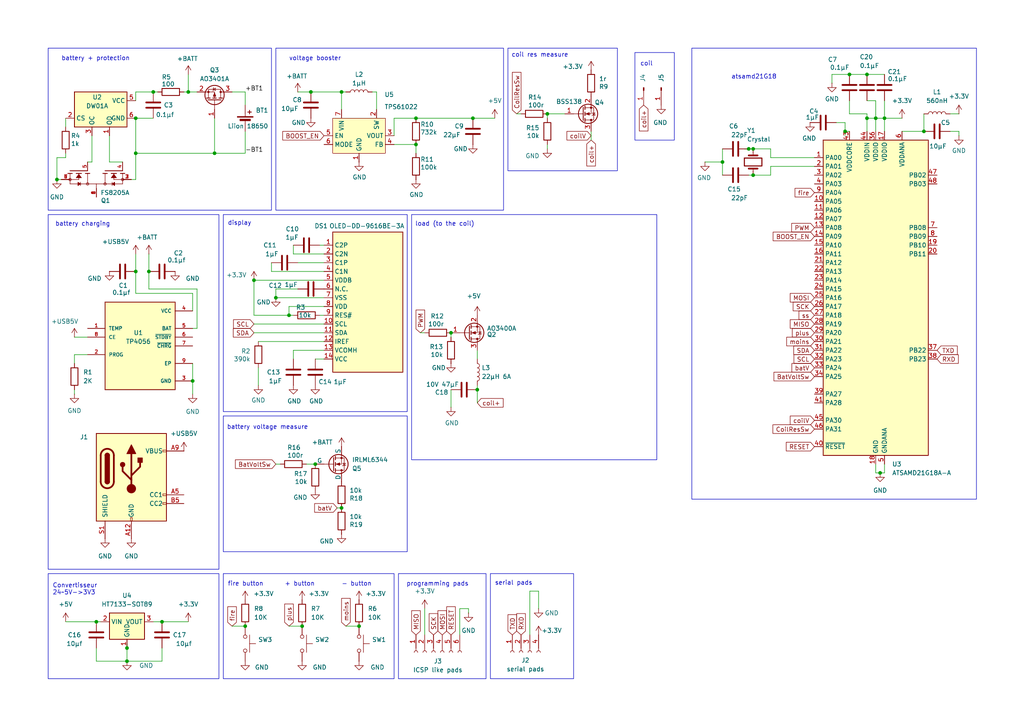
<source format=kicad_sch>
(kicad_sch
	(version 20231120)
	(generator "eeschema")
	(generator_version "8.0")
	(uuid "e79128ee-212b-4442-a43f-c163c43b8a09")
	(paper "A4")
	(title_block
		(title "VBox")
		(date "2024-12-24")
		(rev "0.2")
	)
	
	(junction
		(at 137.16 34.29)
		(diameter 0)
		(color 0 0 0 0)
		(uuid "0dc5ae22-7e67-4120-9f6e-a0e265feab63")
	)
	(junction
		(at 104.14 181.61)
		(diameter 0)
		(color 0 0 0 0)
		(uuid "18089797-9ba5-41f3-b4dd-22d805fc1bda")
	)
	(junction
		(at 43.18 78.74)
		(diameter 0)
		(color 0 0 0 0)
		(uuid "23504f13-80a2-4715-bef8-aa16c7b529df")
	)
	(junction
		(at 39.37 78.74)
		(diameter 0)
		(color 0 0 0 0)
		(uuid "25212f8e-a551-485c-9432-5ecf007d1aa6")
	)
	(junction
		(at 267.97 38.1)
		(diameter 0)
		(color 0 0 0 0)
		(uuid "28a7f15f-e8cb-47fa-9735-95b60f69a11e")
	)
	(junction
		(at 27.94 180.34)
		(diameter 0)
		(color 0 0 0 0)
		(uuid "28eae92f-0177-4bde-8608-e0e261004e73")
	)
	(junction
		(at 87.63 181.61)
		(diameter 0)
		(color 0 0 0 0)
		(uuid "2da2010b-fbe0-4ab2-a32a-f05116a772a0")
	)
	(junction
		(at 120.65 41.91)
		(diameter 0)
		(color 0 0 0 0)
		(uuid "2f2a38f0-9a2c-40ee-9f91-325ece032515")
	)
	(junction
		(at 130.81 96.52)
		(diameter 0)
		(color 0 0 0 0)
		(uuid "3ef91fd5-9073-4191-ba06-a03f508dc868")
	)
	(junction
		(at 39.37 34.29)
		(diameter 0)
		(color 0 0 0 0)
		(uuid "40f166c1-6a8b-4ecc-8b51-eb5486a28fec")
	)
	(junction
		(at 83.82 91.44)
		(diameter 0)
		(color 0 0 0 0)
		(uuid "4217b900-d535-4734-a2ac-7b93230d661f")
	)
	(junction
		(at 251.46 21.59)
		(diameter 0)
		(color 0 0 0 0)
		(uuid "493ef42d-3b1e-4d6c-b517-aa3ae5fb25c1")
	)
	(junction
		(at 120.65 34.29)
		(diameter 0)
		(color 0 0 0 0)
		(uuid "4e39a01e-112a-4b12-a345-0efbd1d14871")
	)
	(junction
		(at 99.06 147.32)
		(diameter 0)
		(color 0 0 0 0)
		(uuid "5c55a1a9-c9e4-441c-9478-0d064fe76c3c")
	)
	(junction
		(at 73.66 81.28)
		(diameter 0)
		(color 0 0 0 0)
		(uuid "5e612b7d-95fe-4bd7-949f-a70b8fc4404d")
	)
	(junction
		(at 218.44 43.18)
		(diameter 0)
		(color 0 0 0 0)
		(uuid "65fc6330-fe0c-4dec-8cfa-07ba958e8f0d")
	)
	(junction
		(at 138.43 113.03)
		(diameter 0)
		(color 0 0 0 0)
		(uuid "6926e290-6c04-434a-865e-19b8f738978a")
	)
	(junction
		(at 217.17 43.18)
		(diameter 0)
		(color 0 0 0 0)
		(uuid "70939512-8999-4a3a-bc2a-982e08c1650b")
	)
	(junction
		(at 255.27 137.16)
		(diameter 0)
		(color 0 0 0 0)
		(uuid "75eeb78e-93a7-4e17-a6d2-a82cb97a94a3")
	)
	(junction
		(at 36.83 191.77)
		(diameter 0)
		(color 0 0 0 0)
		(uuid "8af1900f-011d-4e7c-9336-0af8428564d3")
	)
	(junction
		(at 90.17 26.67)
		(diameter 0)
		(color 0 0 0 0)
		(uuid "8b5fb09f-0e0b-4e96-941c-4bab801f13bb")
	)
	(junction
		(at 256.54 34.29)
		(diameter 0)
		(color 0 0 0 0)
		(uuid "8fbfbb1d-c229-48ea-8a99-c591d40861c0")
	)
	(junction
		(at 80.01 86.36)
		(diameter 0)
		(color 0 0 0 0)
		(uuid "9dd5d14b-36b0-4a2b-ad26-b1f91462cdbc")
	)
	(junction
		(at 46.99 180.34)
		(diameter 0)
		(color 0 0 0 0)
		(uuid "9eecbaab-3d57-455c-a445-6dbf96764891")
	)
	(junction
		(at 16.51 52.07)
		(diameter 0)
		(color 0 0 0 0)
		(uuid "a34ece46-2b51-48f3-a371-3d05e13266c7")
	)
	(junction
		(at 158.75 33.02)
		(diameter 0)
		(color 0 0 0 0)
		(uuid "be851727-ca71-4e0f-9e35-53c8d92392f8")
	)
	(junction
		(at 62.23 44.45)
		(diameter 0)
		(color 0 0 0 0)
		(uuid "c157e39a-ad68-439a-9093-a16128fa68ca")
	)
	(junction
		(at 91.44 134.62)
		(diameter 0)
		(color 0 0 0 0)
		(uuid "c5d595d6-be46-4aac-8c9a-643466e6aee0")
	)
	(junction
		(at 36.83 187.96)
		(diameter 0)
		(color 0 0 0 0)
		(uuid "c71f55cd-11fe-4047-b95e-2f5d9893fb4b")
	)
	(junction
		(at 44.45 26.67)
		(diameter 0)
		(color 0 0 0 0)
		(uuid "cc57f43e-bb39-44af-a9a0-88db0b9dc470")
	)
	(junction
		(at 39.37 44.45)
		(diameter 0)
		(color 0 0 0 0)
		(uuid "d394c192-c090-4cb0-8ff1-b6f13af8499d")
	)
	(junction
		(at 99.06 26.67)
		(diameter 0)
		(color 0 0 0 0)
		(uuid "dcc9532d-b0ef-4650-b2cd-5a3965bfb898")
	)
	(junction
		(at 209.55 46.99)
		(diameter 0)
		(color 0 0 0 0)
		(uuid "dd6d74a7-d191-403d-900d-98ea5afbf557")
	)
	(junction
		(at 71.12 181.61)
		(diameter 0)
		(color 0 0 0 0)
		(uuid "ddd9dfb1-4f66-475f-812b-d86f530900c8")
	)
	(junction
		(at 246.38 21.59)
		(diameter 0)
		(color 0 0 0 0)
		(uuid "df5d0cff-c28b-408a-86fc-f8cb5b38b2be")
	)
	(junction
		(at 218.44 50.8)
		(diameter 0)
		(color 0 0 0 0)
		(uuid "e21ecfdc-20b7-42d1-9131-726bb411738e")
	)
	(junction
		(at 245.11 38.1)
		(diameter 0)
		(color 0 0 0 0)
		(uuid "e6086cf0-07e5-4180-9234-9530fe09b7e6")
	)
	(junction
		(at 254 34.29)
		(diameter 0)
		(color 0 0 0 0)
		(uuid "e69e276e-6a11-412e-ae07-eb6b5b6008e3")
	)
	(junction
		(at 251.46 34.29)
		(diameter 0)
		(color 0 0 0 0)
		(uuid "e8ecf99e-f45c-4bbf-b51f-1f1b7eb9896b")
	)
	(junction
		(at 55.88 110.49)
		(diameter 0)
		(color 0 0 0 0)
		(uuid "eff7a68a-7026-48de-bc34-3329900a0206")
	)
	(junction
		(at 54.61 26.67)
		(diameter 0)
		(color 0 0 0 0)
		(uuid "fd303f27-1f51-4c62-947e-2c22d346bc82")
	)
	(wire
		(pts
			(xy 241.3 24.13) (xy 241.3 21.59)
		)
		(stroke
			(width 0)
			(type default)
		)
		(uuid "001c2bf2-5906-45fa-a51b-ceb9d597f272")
	)
	(wire
		(pts
			(xy 275.59 33.02) (xy 278.13 33.02)
		)
		(stroke
			(width 0)
			(type default)
		)
		(uuid "00e7f358-c298-4e98-8cb6-a9c0f3208779")
	)
	(wire
		(pts
			(xy 138.43 113.03) (xy 138.43 116.84)
		)
		(stroke
			(width 0)
			(type default)
		)
		(uuid "0459cce6-ccf3-4304-8649-23b90d3f1979")
	)
	(wire
		(pts
			(xy 83.82 88.9) (xy 83.82 91.44)
		)
		(stroke
			(width 0)
			(type default)
		)
		(uuid "059d077b-37cf-42c5-ab1f-07845c2262af")
	)
	(wire
		(pts
			(xy 19.05 44.45) (xy 19.05 45.72)
		)
		(stroke
			(width 0)
			(type default)
		)
		(uuid "0746fb1a-8712-47ff-b3f8-79ee6c6a3485")
	)
	(wire
		(pts
			(xy 242.57 35.56) (xy 245.11 35.56)
		)
		(stroke
			(width 0)
			(type default)
		)
		(uuid "081c4f63-4b4d-4db5-ac4b-c03430064cb4")
	)
	(wire
		(pts
			(xy 218.44 43.18) (xy 223.52 43.18)
		)
		(stroke
			(width 0)
			(type default)
		)
		(uuid "09dd95d5-2327-4a2a-afb2-1bc7b43e11dc")
	)
	(wire
		(pts
			(xy 92.71 91.44) (xy 93.98 91.44)
		)
		(stroke
			(width 0)
			(type default)
		)
		(uuid "09f80b0d-7df1-4211-a7d3-bc19f8ca477b")
	)
	(wire
		(pts
			(xy 57.15 95.25) (xy 55.88 95.25)
		)
		(stroke
			(width 0)
			(type default)
		)
		(uuid "0d2565ff-dbd2-4fee-a2fc-1af442afa4c4")
	)
	(wire
		(pts
			(xy 80.01 134.62) (xy 81.28 134.62)
		)
		(stroke
			(width 0)
			(type default)
		)
		(uuid "0dd9f805-6004-447e-81a1-eaa9dea7302c")
	)
	(wire
		(pts
			(xy 130.81 96.52) (xy 130.81 97.79)
		)
		(stroke
			(width 0)
			(type default)
		)
		(uuid "0e1b5d87-e65c-49a2-8fa4-86a8ec764796")
	)
	(wire
		(pts
			(xy 57.15 95.25) (xy 57.15 83.82)
		)
		(stroke
			(width 0)
			(type default)
		)
		(uuid "0e258064-ae6f-45b7-afc3-a11f21ac0895")
	)
	(wire
		(pts
			(xy 256.54 34.29) (xy 256.54 38.1)
		)
		(stroke
			(width 0)
			(type default)
		)
		(uuid "0fe0a0ee-faef-449b-ab10-e5795efffab7")
	)
	(wire
		(pts
			(xy 86.36 83.82) (xy 80.01 83.82)
		)
		(stroke
			(width 0)
			(type default)
		)
		(uuid "11377225-1192-4577-a11a-9ca23dce9978")
	)
	(wire
		(pts
			(xy 46.99 180.34) (xy 54.61 180.34)
		)
		(stroke
			(width 0)
			(type default)
		)
		(uuid "11f97727-7aac-40bf-aecb-d70465441d47")
	)
	(wire
		(pts
			(xy 120.65 34.29) (xy 137.16 34.29)
		)
		(stroke
			(width 0)
			(type default)
		)
		(uuid "13e4932e-873f-4478-9587-edc3ed9fb69c")
	)
	(wire
		(pts
			(xy 93.98 73.66) (xy 85.09 73.66)
		)
		(stroke
			(width 0)
			(type default)
		)
		(uuid "1583726e-8ef6-4253-88c6-6869fabf56c8")
	)
	(wire
		(pts
			(xy 99.06 26.67) (xy 100.33 26.67)
		)
		(stroke
			(width 0)
			(type default)
		)
		(uuid "1c01d52e-7266-4937-aff7-c71ade0c2b67")
	)
	(wire
		(pts
			(xy 36.83 186.69) (xy 36.83 187.96)
		)
		(stroke
			(width 0)
			(type default)
		)
		(uuid "1c1aa68e-72a8-4f55-83ca-a0554456f057")
	)
	(wire
		(pts
			(xy 217.17 50.8) (xy 218.44 50.8)
		)
		(stroke
			(width 0)
			(type default)
		)
		(uuid "206ea08f-7925-4572-9454-b9364904f29f")
	)
	(wire
		(pts
			(xy 218.44 50.8) (xy 223.52 50.8)
		)
		(stroke
			(width 0)
			(type default)
		)
		(uuid "2299b2bc-2b78-42de-9069-eb89126373cb")
	)
	(wire
		(pts
			(xy 256.54 34.29) (xy 261.62 34.29)
		)
		(stroke
			(width 0)
			(type default)
		)
		(uuid "24b3a105-032e-46c6-843a-a8427d6f7f66")
	)
	(wire
		(pts
			(xy 114.3 34.29) (xy 120.65 34.29)
		)
		(stroke
			(width 0)
			(type default)
		)
		(uuid "2c034e51-f1af-476e-8dd0-d969344c4ad9")
	)
	(wire
		(pts
			(xy 93.98 76.2) (xy 86.36 76.2)
		)
		(stroke
			(width 0)
			(type default)
		)
		(uuid "2cb62b69-e6a5-4953-9d3c-aa3a075cb925")
	)
	(wire
		(pts
			(xy 39.37 44.45) (xy 62.23 44.45)
		)
		(stroke
			(width 0)
			(type default)
		)
		(uuid "2cdcaef8-d603-4b28-870f-6290558e9f60")
	)
	(wire
		(pts
			(xy 114.3 39.37) (xy 114.3 34.29)
		)
		(stroke
			(width 0)
			(type default)
		)
		(uuid "2cf55bf0-b39e-4d1a-867a-a052ec5a0d52")
	)
	(wire
		(pts
			(xy 31.75 39.37) (xy 31.75 46.99)
		)
		(stroke
			(width 0)
			(type default)
		)
		(uuid "2e3d4023-7418-43d3-9133-cf755d25a37d")
	)
	(wire
		(pts
			(xy 209.55 43.18) (xy 209.55 46.99)
		)
		(stroke
			(width 0)
			(type default)
		)
		(uuid "2f5d092a-ff5e-4bb5-8f77-0c5c3f32c70a")
	)
	(wire
		(pts
			(xy 73.66 93.98) (xy 93.98 93.98)
		)
		(stroke
			(width 0)
			(type default)
		)
		(uuid "311cf34a-d8df-4511-ae46-4d42f6c85240")
	)
	(wire
		(pts
			(xy 16.51 52.07) (xy 17.78 52.07)
		)
		(stroke
			(width 0)
			(type default)
		)
		(uuid "3167ec46-f722-4478-ac05-e998364cd6d0")
	)
	(wire
		(pts
			(xy 57.15 26.67) (xy 54.61 26.67)
		)
		(stroke
			(width 0)
			(type default)
		)
		(uuid "3522f34c-6487-49bf-ac51-7323b17345b2")
	)
	(wire
		(pts
			(xy 55.88 110.49) (xy 55.88 114.3)
		)
		(stroke
			(width 0)
			(type default)
		)
		(uuid "36dca280-04b1-4c51-b4b7-6d77284dadcd")
	)
	(wire
		(pts
			(xy 215.9 43.18) (xy 217.17 43.18)
		)
		(stroke
			(width 0)
			(type default)
		)
		(uuid "3783feb7-ae28-484b-b28e-53c86e9589d4")
	)
	(wire
		(pts
			(xy 38.1 52.07) (xy 39.37 52.07)
		)
		(stroke
			(width 0)
			(type default)
		)
		(uuid "391027ba-8856-443e-9d95-57a090209cf3")
	)
	(wire
		(pts
			(xy 26.67 39.37) (xy 26.67 46.99)
		)
		(stroke
			(width 0)
			(type default)
		)
		(uuid "3af4de8c-6483-40d2-aeff-fe3d87599550")
	)
	(wire
		(pts
			(xy 256.54 134.62) (xy 256.54 137.16)
		)
		(stroke
			(width 0)
			(type default)
		)
		(uuid "3ce097d5-18c6-4608-a453-e0fce05cf9c0")
	)
	(wire
		(pts
			(xy 223.52 48.26) (xy 236.22 48.26)
		)
		(stroke
			(width 0)
			(type default)
		)
		(uuid "417dafaf-5036-4456-a10d-5733f5e20894")
	)
	(wire
		(pts
			(xy 267.97 38.1) (xy 267.97 33.02)
		)
		(stroke
			(width 0)
			(type default)
		)
		(uuid "423a72f4-7332-4b04-9cdd-be019e28362e")
	)
	(wire
		(pts
			(xy 153.67 171.45) (xy 153.67 184.15)
		)
		(stroke
			(width 0)
			(type default)
		)
		(uuid "424e1c7b-921f-474a-9dd4-f4ae2f2c5fb1")
	)
	(wire
		(pts
			(xy 251.46 34.29) (xy 251.46 38.1)
		)
		(stroke
			(width 0)
			(type default)
		)
		(uuid "44c795f6-f19c-456c-a2fd-e72e90135f22")
	)
	(wire
		(pts
			(xy 245.11 39.37) (xy 245.11 38.1)
		)
		(stroke
			(width 0)
			(type default)
		)
		(uuid "45293591-3106-4a38-8ece-0096a4a9b366")
	)
	(wire
		(pts
			(xy 92.71 71.12) (xy 93.98 71.12)
		)
		(stroke
			(width 0)
			(type default)
		)
		(uuid "4b0c2310-69ce-4f33-ba09-74e5d47845f2")
	)
	(wire
		(pts
			(xy 39.37 29.21) (xy 39.37 26.67)
		)
		(stroke
			(width 0)
			(type default)
		)
		(uuid "4b9104fc-d6d0-4d02-bf45-2760e05a9936")
	)
	(wire
		(pts
			(xy 209.55 50.8) (xy 209.55 46.99)
		)
		(stroke
			(width 0)
			(type default)
		)
		(uuid "4c2d8e40-a0dc-4745-86ea-d240c9420e7f")
	)
	(wire
		(pts
			(xy 39.37 26.67) (xy 44.45 26.67)
		)
		(stroke
			(width 0)
			(type default)
		)
		(uuid "507581eb-367b-44b3-a5cb-cbf17268a41b")
	)
	(wire
		(pts
			(xy 36.83 187.96) (xy 36.83 191.77)
		)
		(stroke
			(width 0)
			(type default)
		)
		(uuid "50d0f301-4c90-4b17-89eb-93aa0a1e222e")
	)
	(wire
		(pts
			(xy 223.52 50.8) (xy 223.52 48.26)
		)
		(stroke
			(width 0)
			(type default)
		)
		(uuid "512d4f9c-9dbc-401d-b937-d2b3774de403")
	)
	(wire
		(pts
			(xy 158.75 33.02) (xy 163.83 33.02)
		)
		(stroke
			(width 0)
			(type default)
		)
		(uuid "548e2e2a-7b46-4732-a5fc-8e13366df124")
	)
	(wire
		(pts
			(xy 254 29.21) (xy 254 34.29)
		)
		(stroke
			(width 0)
			(type default)
		)
		(uuid "563948bd-76a7-4bac-811f-d438845ed674")
	)
	(wire
		(pts
			(xy 88.9 134.62) (xy 91.44 134.62)
		)
		(stroke
			(width 0)
			(type default)
		)
		(uuid "57ec4aa0-9e32-45f5-ab27-d0b331690e68")
	)
	(wire
		(pts
			(xy 78.74 76.2) (xy 78.74 78.74)
		)
		(stroke
			(width 0)
			(type default)
		)
		(uuid "5a068dd7-1cff-4346-9101-649bb2162239")
	)
	(wire
		(pts
			(xy 256.54 29.21) (xy 256.54 34.29)
		)
		(stroke
			(width 0)
			(type default)
		)
		(uuid "5a7df095-19e9-4318-81ce-c92d76fea762")
	)
	(wire
		(pts
			(xy 39.37 34.29) (xy 44.45 34.29)
		)
		(stroke
			(width 0)
			(type default)
		)
		(uuid "5a96c07f-c099-4d57-ab78-8108721f3b21")
	)
	(wire
		(pts
			(xy 54.61 26.67) (xy 54.61 21.59)
		)
		(stroke
			(width 0)
			(type default)
		)
		(uuid "5abe0e43-0321-4927-a464-6e61efe86853")
	)
	(wire
		(pts
			(xy 114.3 41.91) (xy 120.65 41.91)
		)
		(stroke
			(width 0)
			(type default)
		)
		(uuid "5adb3eb4-b2ef-46f7-92f8-bfa41cf9789a")
	)
	(wire
		(pts
			(xy 21.59 102.87) (xy 21.59 105.41)
		)
		(stroke
			(width 0)
			(type default)
		)
		(uuid "5c0b93d7-54ae-42a1-b7b0-9cfef1925c8a")
	)
	(wire
		(pts
			(xy 254 137.16) (xy 254 134.62)
		)
		(stroke
			(width 0)
			(type default)
		)
		(uuid "5c22cb53-56f1-419c-b7ac-e36c6950177c")
	)
	(wire
		(pts
			(xy 246.38 33.02) (xy 251.46 33.02)
		)
		(stroke
			(width 0)
			(type default)
		)
		(uuid "5c2b52c2-dcac-464a-a137-e73644344e3a")
	)
	(wire
		(pts
			(xy 245.11 38.1) (xy 246.38 38.1)
		)
		(stroke
			(width 0)
			(type default)
		)
		(uuid "5c5e8f76-6622-425b-9f90-50fa6ca6a3d9")
	)
	(wire
		(pts
			(xy 39.37 34.29) (xy 39.37 44.45)
		)
		(stroke
			(width 0)
			(type default)
		)
		(uuid "61def6f6-ddfe-460e-ba08-30ae2262006d")
	)
	(wire
		(pts
			(xy 123.19 176.53) (xy 123.19 184.15)
		)
		(stroke
			(width 0)
			(type default)
		)
		(uuid "62c0d760-160b-44b0-a21d-099c041a71be")
	)
	(wire
		(pts
			(xy 19.05 45.72) (xy 16.51 45.72)
		)
		(stroke
			(width 0)
			(type default)
		)
		(uuid "6823a712-7d62-4652-a910-4ecb18fe1b6f")
	)
	(wire
		(pts
			(xy 44.45 180.34) (xy 46.99 180.34)
		)
		(stroke
			(width 0)
			(type default)
		)
		(uuid "69193738-8b61-4804-8df9-abb894b50bdf")
	)
	(wire
		(pts
			(xy 53.34 26.67) (xy 54.61 26.67)
		)
		(stroke
			(width 0)
			(type default)
		)
		(uuid "69e8bee0-0ae5-4716-91d3-dc7ff4b23f8a")
	)
	(wire
		(pts
			(xy 71.12 30.48) (xy 71.12 26.67)
		)
		(stroke
			(width 0)
			(type default)
		)
		(uuid "6b39adab-86a5-4f34-8b36-3aa4ca9c2636")
	)
	(wire
		(pts
			(xy 241.3 21.59) (xy 246.38 21.59)
		)
		(stroke
			(width 0)
			(type default)
		)
		(uuid "6c384dcd-98b1-4a57-9b2f-f748a00b9372")
	)
	(wire
		(pts
			(xy 138.43 104.14) (xy 138.43 101.6)
		)
		(stroke
			(width 0)
			(type default)
		)
		(uuid "72a30854-9baf-4b28-a6c8-bbc540ccd1fd")
	)
	(wire
		(pts
			(xy 43.18 83.82) (xy 43.18 78.74)
		)
		(stroke
			(width 0)
			(type default)
		)
		(uuid "72de1630-a37d-42a2-af6e-112fe85d9e55")
	)
	(wire
		(pts
			(xy 149.86 33.02) (xy 151.13 33.02)
		)
		(stroke
			(width 0)
			(type default)
		)
		(uuid "74208038-b870-4ae9-8aa2-5c6d016630f1")
	)
	(wire
		(pts
			(xy 245.11 35.56) (xy 245.11 38.1)
		)
		(stroke
			(width 0)
			(type default)
		)
		(uuid "75fe539f-82b4-4f68-a8f8-46c8c4b9a031")
	)
	(wire
		(pts
			(xy 251.46 33.02) (xy 251.46 34.29)
		)
		(stroke
			(width 0)
			(type default)
		)
		(uuid "778cafbb-8f63-477c-894d-40ee7ae006ee")
	)
	(wire
		(pts
			(xy 39.37 85.09) (xy 39.37 78.74)
		)
		(stroke
			(width 0)
			(type default)
		)
		(uuid "78f17253-1d2b-444e-bad5-bf7ebdc39753")
	)
	(wire
		(pts
			(xy 27.94 191.77) (xy 36.83 191.77)
		)
		(stroke
			(width 0)
			(type default)
		)
		(uuid "7dbc4fff-eea6-41d6-83d7-700fb85e7c1b")
	)
	(wire
		(pts
			(xy 246.38 21.59) (xy 251.46 21.59)
		)
		(stroke
			(width 0)
			(type default)
		)
		(uuid "7ed89645-2dc7-4f00-ab2e-e05e8444f924")
	)
	(wire
		(pts
			(xy 74.93 99.06) (xy 93.98 99.06)
		)
		(stroke
			(width 0)
			(type default)
		)
		(uuid "803ede38-9d19-4360-9da4-305d1900f3ca")
	)
	(wire
		(pts
			(xy 255.27 137.16) (xy 256.54 137.16)
		)
		(stroke
			(width 0)
			(type default)
		)
		(uuid "83b4bf48-1e8a-4c8e-972e-8f397db731fb")
	)
	(wire
		(pts
			(xy 93.98 81.28) (xy 73.66 81.28)
		)
		(stroke
			(width 0)
			(type default)
		)
		(uuid "85b4d837-ede9-41a2-8b6b-be843669f01d")
	)
	(wire
		(pts
			(xy 73.66 81.28) (xy 73.66 91.44)
		)
		(stroke
			(width 0)
			(type default)
		)
		(uuid "870b3c73-176b-4954-99bf-e4a3f4d86f5b")
	)
	(wire
		(pts
			(xy 27.94 180.34) (xy 29.21 180.34)
		)
		(stroke
			(width 0)
			(type default)
		)
		(uuid "889e4369-8b34-4920-ac88-7b382e09dc3f")
	)
	(wire
		(pts
			(xy 251.46 34.29) (xy 254 34.29)
		)
		(stroke
			(width 0)
			(type default)
		)
		(uuid "8987cf81-815d-4e6e-a98d-0ce8a727e55f")
	)
	(wire
		(pts
			(xy 55.88 85.09) (xy 39.37 85.09)
		)
		(stroke
			(width 0)
			(type default)
		)
		(uuid "8a69fa63-9b01-4512-9633-60770ffd6532")
	)
	(wire
		(pts
			(xy 99.06 26.67) (xy 99.06 31.75)
		)
		(stroke
			(width 0)
			(type default)
		)
		(uuid "8b61020e-e1a6-4156-aed8-1f68d508c328")
	)
	(wire
		(pts
			(xy 223.52 43.18) (xy 223.52 45.72)
		)
		(stroke
			(width 0)
			(type default)
		)
		(uuid "8ccdf24d-7ba4-40aa-a4e9-43de31342d8b")
	)
	(wire
		(pts
			(xy 55.88 90.17) (xy 55.88 85.09)
		)
		(stroke
			(width 0)
			(type default)
		)
		(uuid "9058f39b-d13c-4c72-80e5-f5a68a2cc134")
	)
	(wire
		(pts
			(xy 100.33 181.61) (xy 104.14 181.61)
		)
		(stroke
			(width 0)
			(type default)
		)
		(uuid "90b1765e-5524-452d-959c-1997c614fda6")
	)
	(wire
		(pts
			(xy 153.67 171.45) (xy 156.21 171.45)
		)
		(stroke
			(width 0)
			(type default)
		)
		(uuid "914fe708-b5eb-4b11-a470-de7f4e34fdcb")
	)
	(wire
		(pts
			(xy 85.09 73.66) (xy 85.09 71.12)
		)
		(stroke
			(width 0)
			(type default)
		)
		(uuid "919ce4dd-0292-41c6-9d22-55c2c409f123")
	)
	(wire
		(pts
			(xy 254 34.29) (xy 256.54 34.29)
		)
		(stroke
			(width 0)
			(type default)
		)
		(uuid "92242dbb-018f-436f-9286-d16875ff5529")
	)
	(wire
		(pts
			(xy 255.27 137.16) (xy 254 137.16)
		)
		(stroke
			(width 0)
			(type default)
		)
		(uuid "9ce49e65-59d0-4c54-a8a0-220beeb2c857")
	)
	(wire
		(pts
			(xy 39.37 73.66) (xy 39.37 78.74)
		)
		(stroke
			(width 0)
			(type default)
		)
		(uuid "9e310c8a-0642-4073-aa6d-813d716cd45b")
	)
	(wire
		(pts
			(xy 109.22 31.75) (xy 109.22 26.67)
		)
		(stroke
			(width 0)
			(type default)
		)
		(uuid "9f6a8c65-318a-4bdb-b9af-fd742009a117")
	)
	(wire
		(pts
			(xy 26.67 46.99) (xy 25.4 46.99)
		)
		(stroke
			(width 0)
			(type default)
		)
		(uuid "a20b69e8-d433-475d-a812-0cd1482305f5")
	)
	(wire
		(pts
			(xy 97.79 147.32) (xy 99.06 147.32)
		)
		(stroke
			(width 0)
			(type default)
		)
		(uuid "a2eb8707-6b4e-4caf-833f-d86fcfac90ee")
	)
	(wire
		(pts
			(xy 254 34.29) (xy 254 38.1)
		)
		(stroke
			(width 0)
			(type default)
		)
		(uuid "a4cb355e-98d8-43a9-9822-045e0f5d5d1b")
	)
	(wire
		(pts
			(xy 80.01 83.82) (xy 80.01 86.36)
		)
		(stroke
			(width 0)
			(type default)
		)
		(uuid "a6e28197-eacd-4f41-8242-aa9aafc2e4c4")
	)
	(wire
		(pts
			(xy 85.09 101.6) (xy 85.09 104.14)
		)
		(stroke
			(width 0)
			(type default)
		)
		(uuid "a6e5a03c-0a59-4a4f-bb74-a797aa0e3866")
	)
	(wire
		(pts
			(xy 171.45 38.1) (xy 171.45 40.64)
		)
		(stroke
			(width 0)
			(type default)
		)
		(uuid "a7f91fce-4833-4ffe-a704-e237f0f37cf3")
	)
	(wire
		(pts
			(xy 62.23 34.29) (xy 62.23 44.45)
		)
		(stroke
			(width 0)
			(type default)
		)
		(uuid "a8dac2c3-f7c9-4861-a13a-663e95da4948")
	)
	(wire
		(pts
			(xy 93.98 101.6) (xy 85.09 101.6)
		)
		(stroke
			(width 0)
			(type default)
		)
		(uuid "ace68dec-040e-43dc-94c1-61b7348cadaa")
	)
	(wire
		(pts
			(xy 67.31 181.61) (xy 71.12 181.61)
		)
		(stroke
			(width 0)
			(type default)
		)
		(uuid "ad769812-556c-44fd-b6b7-a469939cf3d1")
	)
	(wire
		(pts
			(xy 62.23 44.45) (xy 71.12 44.45)
		)
		(stroke
			(width 0)
			(type default)
		)
		(uuid "af5628b0-21a9-4466-a3de-6d72d0a37ecc")
	)
	(wire
		(pts
			(xy 130.81 118.11) (xy 130.81 113.03)
		)
		(stroke
			(width 0)
			(type default)
		)
		(uuid "af710bb5-8b62-412b-9d64-2e88e3dff69c")
	)
	(wire
		(pts
			(xy 133.35 176.53) (xy 135.89 176.53)
		)
		(stroke
			(width 0)
			(type default)
		)
		(uuid "b00e34a9-0740-48bb-b58c-de9e0ed32b07")
	)
	(wire
		(pts
			(xy 71.12 38.1) (xy 71.12 44.45)
		)
		(stroke
			(width 0)
			(type default)
		)
		(uuid "b0d7e412-a508-4273-a8e5-b1bc2dccf00a")
	)
	(wire
		(pts
			(xy 133.35 176.53) (xy 133.35 184.15)
		)
		(stroke
			(width 0)
			(type default)
		)
		(uuid "b2cd60e4-0367-4f76-a58a-89bda606426b")
	)
	(wire
		(pts
			(xy 78.74 78.74) (xy 93.98 78.74)
		)
		(stroke
			(width 0)
			(type default)
		)
		(uuid "b352bac4-bfcc-43f9-ac95-46eb71868093")
	)
	(wire
		(pts
			(xy 67.31 26.67) (xy 71.12 26.67)
		)
		(stroke
			(width 0)
			(type default)
		)
		(uuid "b4989321-c391-4669-8567-0d142c3c7afd")
	)
	(wire
		(pts
			(xy 73.66 91.44) (xy 83.82 91.44)
		)
		(stroke
			(width 0)
			(type default)
		)
		(uuid "b7671b70-5193-4e82-ab2f-4a141b9d6c57")
	)
	(wire
		(pts
			(xy 223.52 45.72) (xy 236.22 45.72)
		)
		(stroke
			(width 0)
			(type default)
		)
		(uuid "b7c9d073-5626-4fc9-ad0b-499e92d4a472")
	)
	(wire
		(pts
			(xy 21.59 113.03) (xy 21.59 114.3)
		)
		(stroke
			(width 0)
			(type default)
		)
		(uuid "b879f85c-02af-4363-8688-cff5a875a864")
	)
	(wire
		(pts
			(xy 16.51 45.72) (xy 16.51 52.07)
		)
		(stroke
			(width 0)
			(type default)
		)
		(uuid "b9803d74-78d2-4049-935e-89bd068d78b8")
	)
	(wire
		(pts
			(xy 158.75 41.91) (xy 158.75 43.18)
		)
		(stroke
			(width 0)
			(type default)
		)
		(uuid "ba79c6e7-09ce-46a6-bcab-45c60dc31437")
	)
	(wire
		(pts
			(xy 137.16 34.29) (xy 143.51 34.29)
		)
		(stroke
			(width 0)
			(type default)
		)
		(uuid "bbff4e7a-f56b-4542-a514-183058c05d62")
	)
	(wire
		(pts
			(xy 19.05 34.29) (xy 19.05 36.83)
		)
		(stroke
			(width 0)
			(type default)
		)
		(uuid "bc36a65e-af7f-4f86-971a-fced82fcc346")
	)
	(wire
		(pts
			(xy 246.38 33.02) (xy 246.38 29.21)
		)
		(stroke
			(width 0)
			(type default)
		)
		(uuid "bd577085-fcff-4e2a-9e72-bb017b170f09")
	)
	(wire
		(pts
			(xy 43.18 73.66) (xy 43.18 78.74)
		)
		(stroke
			(width 0)
			(type default)
		)
		(uuid "c0a58d72-19b2-4a3a-ae66-234ce5d65b39")
	)
	(wire
		(pts
			(xy 275.59 38.1) (xy 278.13 38.1)
		)
		(stroke
			(width 0)
			(type default)
		)
		(uuid "c0e1bdf0-6030-442f-9ce5-6911939e6709")
	)
	(wire
		(pts
			(xy 73.66 96.52) (xy 93.98 96.52)
		)
		(stroke
			(width 0)
			(type default)
		)
		(uuid "c3a93bbf-8b41-42ed-98ee-826ff1af8c11")
	)
	(wire
		(pts
			(xy 74.93 111.76) (xy 74.93 106.68)
		)
		(stroke
			(width 0)
			(type default)
		)
		(uuid "c47013ba-a793-4ac5-ba01-97f694620218")
	)
	(wire
		(pts
			(xy 39.37 44.45) (xy 39.37 52.07)
		)
		(stroke
			(width 0)
			(type default)
		)
		(uuid "c60e6008-802e-46ee-bf71-263d617c4326")
	)
	(wire
		(pts
			(xy 83.82 181.61) (xy 87.63 181.61)
		)
		(stroke
			(width 0)
			(type default)
		)
		(uuid "c685704e-3c4c-40d5-b39a-57a2052ad9ea")
	)
	(wire
		(pts
			(xy 138.43 111.76) (xy 138.43 113.03)
		)
		(stroke
			(width 0)
			(type default)
		)
		(uuid "c6897258-f9c0-4510-a457-adfde35958bb")
	)
	(wire
		(pts
			(xy 46.99 187.96) (xy 46.99 191.77)
		)
		(stroke
			(width 0)
			(type default)
		)
		(uuid "c8839131-40c9-41c6-afdf-36438eb88f41")
	)
	(wire
		(pts
			(xy 91.44 104.14) (xy 93.98 104.14)
		)
		(stroke
			(width 0)
			(type default)
		)
		(uuid "c88b8da0-884f-4780-aed2-e03e9939932f")
	)
	(wire
		(pts
			(xy 83.82 91.44) (xy 85.09 91.44)
		)
		(stroke
			(width 0)
			(type default)
		)
		(uuid "c971b6cb-a311-4ddb-a3b1-6cbd1e89d0e2")
	)
	(wire
		(pts
			(xy 156.21 171.45) (xy 156.21 176.53)
		)
		(stroke
			(width 0)
			(type default)
		)
		(uuid "cf269dfc-b934-410a-86b5-cf76953fed13")
	)
	(wire
		(pts
			(xy 19.05 180.34) (xy 27.94 180.34)
		)
		(stroke
			(width 0)
			(type default)
		)
		(uuid "cf3f1dd0-cc4d-4204-ad98-6eb085eee002")
	)
	(wire
		(pts
			(xy 25.4 102.87) (xy 21.59 102.87)
		)
		(stroke
			(width 0)
			(type default)
		)
		(uuid "d15a4deb-d980-4d86-9ec0-5bae7744c017")
	)
	(wire
		(pts
			(xy 86.36 26.67) (xy 90.17 26.67)
		)
		(stroke
			(width 0)
			(type default)
		)
		(uuid "d1a907b3-5811-4996-ad0f-d9ce4c77f16e")
	)
	(wire
		(pts
			(xy 261.62 38.1) (xy 267.97 38.1)
		)
		(stroke
			(width 0)
			(type default)
		)
		(uuid "d32d52dc-b425-4862-8d0b-b68713b51019")
	)
	(wire
		(pts
			(xy 109.22 26.67) (xy 107.95 26.67)
		)
		(stroke
			(width 0)
			(type default)
		)
		(uuid "d686b5ce-3650-4b5b-8f9d-f75125b89c07")
	)
	(wire
		(pts
			(xy 44.45 26.67) (xy 45.72 26.67)
		)
		(stroke
			(width 0)
			(type default)
		)
		(uuid "d8a0b507-701b-4230-a1af-86a1849847bd")
	)
	(wire
		(pts
			(xy 135.89 176.53) (xy 135.89 177.8)
		)
		(stroke
			(width 0)
			(type default)
		)
		(uuid "d9861edb-c71d-464f-8e04-2b1d2f977e8c")
	)
	(wire
		(pts
			(xy 27.94 187.96) (xy 27.94 191.77)
		)
		(stroke
			(width 0)
			(type default)
		)
		(uuid "da15444d-a76c-4b7e-9e35-7f1ca59e427c")
	)
	(wire
		(pts
			(xy 251.46 29.21) (xy 254 29.21)
		)
		(stroke
			(width 0)
			(type default)
		)
		(uuid "dc962509-2530-474a-88c1-e025fe7d84d0")
	)
	(wire
		(pts
			(xy 80.01 86.36) (xy 93.98 86.36)
		)
		(stroke
			(width 0)
			(type default)
		)
		(uuid "deff7a0c-f4d1-40b3-993a-6a01680c5bfa")
	)
	(wire
		(pts
			(xy 251.46 21.59) (xy 256.54 21.59)
		)
		(stroke
			(width 0)
			(type default)
		)
		(uuid "e412fb2b-2abe-4a14-ad74-656199a13e43")
	)
	(wire
		(pts
			(xy 21.59 97.79) (xy 25.4 97.79)
		)
		(stroke
			(width 0)
			(type default)
		)
		(uuid "e76b283b-92d8-4bb7-9561-91d7a5027793")
	)
	(wire
		(pts
			(xy 90.17 26.67) (xy 99.06 26.67)
		)
		(stroke
			(width 0)
			(type default)
		)
		(uuid "e8ccfd51-86c8-4a1c-a0f7-5beef73fa129")
	)
	(wire
		(pts
			(xy 209.55 46.99) (xy 204.47 46.99)
		)
		(stroke
			(width 0)
			(type default)
		)
		(uuid "e99093d1-3c1f-4723-8837-b4eaddffc523")
	)
	(wire
		(pts
			(xy 31.75 46.99) (xy 35.56 46.99)
		)
		(stroke
			(width 0)
			(type default)
		)
		(uuid "eb645478-4301-4d23-bf30-33dc61cb4440")
	)
	(wire
		(pts
			(xy 55.88 105.41) (xy 55.88 110.49)
		)
		(stroke
			(width 0)
			(type default)
		)
		(uuid "ee394567-dcc0-4a72-a255-8a0582506be4")
	)
	(wire
		(pts
			(xy 278.13 38.1) (xy 278.13 39.37)
		)
		(stroke
			(width 0)
			(type default)
		)
		(uuid "f16c0f01-568f-4515-aea1-b7ef604f5ed8")
	)
	(wire
		(pts
			(xy 158.75 34.29) (xy 158.75 33.02)
		)
		(stroke
			(width 0)
			(type default)
		)
		(uuid "f1ba7617-b639-4810-a9d2-0ca5792b11f5")
	)
	(wire
		(pts
			(xy 121.92 96.52) (xy 123.19 96.52)
		)
		(stroke
			(width 0)
			(type default)
		)
		(uuid "f52d12d5-c0fa-4de5-9d4b-80a7cf0fb496")
	)
	(wire
		(pts
			(xy 36.83 191.77) (xy 46.99 191.77)
		)
		(stroke
			(width 0)
			(type default)
		)
		(uuid "f7454ae1-fb18-44a2-9508-0f66e1d8c5b3")
	)
	(wire
		(pts
			(xy 57.15 83.82) (xy 43.18 83.82)
		)
		(stroke
			(width 0)
			(type default)
		)
		(uuid "f888fe03-954e-4271-b34a-df5b1b38dd13")
	)
	(wire
		(pts
			(xy 93.98 88.9) (xy 83.82 88.9)
		)
		(stroke
			(width 0)
			(type default)
		)
		(uuid "f8d20ee8-1fa4-4ea6-b52e-f0be6681828a")
	)
	(wire
		(pts
			(xy 120.65 41.91) (xy 120.65 44.45)
		)
		(stroke
			(width 0)
			(type default)
		)
		(uuid "fb2ad3da-6e0d-4c1a-bdbe-a0dec5b9291c")
	)
	(wire
		(pts
			(xy 217.17 43.18) (xy 218.44 43.18)
		)
		(stroke
			(width 0)
			(type default)
		)
		(uuid "fdd147ef-64cb-4045-b5ea-7a63a3744c5b")
	)
	(rectangle
		(start 13.97 166.37)
		(end 63.5 196.85)
		(stroke
			(width 0)
			(type default)
		)
		(fill
			(type none)
		)
		(uuid 3c8fd542-b87a-4687-8abc-5f710b887071)
	)
	(rectangle
		(start 200.66 13.97)
		(end 283.21 144.78)
		(stroke
			(width 0)
			(type default)
		)
		(fill
			(type none)
		)
		(uuid 52ec4682-ce9e-40c7-ac28-c00cd4bd12f5)
	)
	(rectangle
		(start 13.97 13.97)
		(end 78.74 60.96)
		(stroke
			(width 0)
			(type default)
		)
		(fill
			(type none)
		)
		(uuid 53c2afa1-91f1-4b46-a877-1e1e08a290e9)
	)
	(rectangle
		(start 184.15 15.24)
		(end 195.58 40.64)
		(stroke
			(width 0)
			(type default)
		)
		(fill
			(type none)
		)
		(uuid 7789fb5b-b898-43d3-ad98-32c83ef6e69a)
	)
	(rectangle
		(start 147.32 13.97)
		(end 179.07 49.53)
		(stroke
			(width 0)
			(type default)
		)
		(fill
			(type none)
		)
		(uuid 7ad8e7a2-05e9-40ca-8e6e-aca81f88b916)
	)
	(rectangle
		(start 64.77 166.37)
		(end 114.3 196.85)
		(stroke
			(width 0)
			(type default)
		)
		(fill
			(type none)
		)
		(uuid bf9d151d-ddfd-4e94-b48b-0dbbf23f5e42)
	)
	(rectangle
		(start 80.01 13.97)
		(end 146.05 60.96)
		(stroke
			(width 0)
			(type default)
		)
		(fill
			(type none)
		)
		(uuid c2c8d6ae-fbe8-4c4d-ab37-f6f043db280f)
	)
	(rectangle
		(start 13.97 62.23)
		(end 63.5 165.1)
		(stroke
			(width 0)
			(type default)
		)
		(fill
			(type none)
		)
		(uuid ddbcd845-0740-4a1f-897c-34b5d3f1f33a)
	)
	(rectangle
		(start 64.77 120.65)
		(end 118.11 160.02)
		(stroke
			(width 0)
			(type default)
		)
		(fill
			(type none)
		)
		(uuid e4f3152f-2dfd-4ec0-9cd5-d36ea11de642)
	)
	(rectangle
		(start 64.77 62.23)
		(end 118.11 119.38)
		(stroke
			(width 0)
			(type default)
		)
		(fill
			(type none)
		)
		(uuid ecf3cacd-298b-4309-b0b7-32a8e2a2ec20)
	)
	(rectangle
		(start 142.24 166.37)
		(end 166.37 196.85)
		(stroke
			(width 0)
			(type default)
		)
		(fill
			(type none)
		)
		(uuid eedac679-8929-48c0-b296-a7a3e7330794)
	)
	(rectangle
		(start 119.38 62.23)
		(end 190.5 133.35)
		(stroke
			(width 0)
			(type default)
		)
		(fill
			(type none)
		)
		(uuid f31bc701-d4d6-474c-959e-8a912b29025a)
	)
	(rectangle
		(start 115.57 166.37)
		(end 140.97 196.85)
		(stroke
			(width 0)
			(type default)
		)
		(fill
			(type none)
		)
		(uuid f55510e6-75e3-43f2-bffd-f08d393b6b25)
	)
	(text "coil res measure"
		(exclude_from_sim no)
		(at 148.336 16.764 0)
		(effects
			(font
				(size 1.27 1.27)
			)
			(justify left bottom)
		)
		(uuid "087e89e2-f1c1-4e8c-8804-ec4c25cdf7e4")
	)
	(text "coil"
		(exclude_from_sim no)
		(at 185.674 19.304 0)
		(effects
			(font
				(size 1.27 1.27)
			)
			(justify left bottom)
		)
		(uuid "1bbdd0ed-f075-44a4-94d9-d9335a0fbf4e")
	)
	(text "Convertisseur\n24~5V->3V3"
		(exclude_from_sim no)
		(at 15.24 172.72 0)
		(effects
			(font
				(size 1.27 1.27)
			)
			(justify left bottom)
		)
		(uuid "1fbc388c-0b7e-470b-8913-b54c139d8d53")
	)
	(text "voltage booster"
		(exclude_from_sim no)
		(at 83.82 17.78 0)
		(effects
			(font
				(size 1.27 1.27)
			)
			(justify left bottom)
		)
		(uuid "3526efbc-cdae-45af-89cc-fc7e08ce8acf")
	)
	(text "battery voltage measure"
		(exclude_from_sim no)
		(at 65.786 124.714 0)
		(effects
			(font
				(size 1.27 1.27)
			)
			(justify left bottom)
		)
		(uuid "4f1a4259-6989-4f6c-86e1-f5210bec2f7c")
	)
	(text "serial pads"
		(exclude_from_sim no)
		(at 143.51 169.926 0)
		(effects
			(font
				(size 1.27 1.27)
			)
			(justify left bottom)
		)
		(uuid "59c93e5e-b68a-45e2-a3ee-b2cb2a1e5c04")
	)
	(text "+ button"
		(exclude_from_sim no)
		(at 82.55 170.18 0)
		(effects
			(font
				(size 1.27 1.27)
			)
			(justify left bottom)
		)
		(uuid "9bc770c7-95a5-4534-847b-a292de76738c")
	)
	(text "load (to the coil)"
		(exclude_from_sim no)
		(at 120.396 65.786 0)
		(effects
			(font
				(size 1.27 1.27)
			)
			(justify left bottom)
		)
		(uuid "badfdcba-1d08-43dc-8de3-5526f2efdbe3")
	)
	(text "battery + protection"
		(exclude_from_sim no)
		(at 17.78 17.78 0)
		(effects
			(font
				(size 1.27 1.27)
			)
			(justify left bottom)
		)
		(uuid "cf6707f9-fc15-4533-a619-b96229307976")
	)
	(text "battery charging"
		(exclude_from_sim no)
		(at 16.002 65.786 0)
		(effects
			(font
				(size 1.27 1.27)
			)
			(justify left bottom)
		)
		(uuid "d2960c67-27bf-4777-950c-aaa700e526c6")
	)
	(text "- button"
		(exclude_from_sim no)
		(at 99.06 170.18 0)
		(effects
			(font
				(size 1.27 1.27)
			)
			(justify left bottom)
		)
		(uuid "d2df5bb6-ec44-4284-80aa-41c931590d5b")
	)
	(text "atsamd21G18"
		(exclude_from_sim no)
		(at 212.09 23.114 0)
		(effects
			(font
				(size 1.27 1.27)
			)
			(justify left bottom)
		)
		(uuid "dd5673ef-a816-4125-92b5-fde51478b588")
	)
	(text "fire button"
		(exclude_from_sim no)
		(at 66.04 170.18 0)
		(effects
			(font
				(size 1.27 1.27)
			)
			(justify left bottom)
		)
		(uuid "e2f9afad-e9d9-4776-99cb-98a849449aac")
	)
	(text "display"
		(exclude_from_sim no)
		(at 66.04 65.532 0)
		(effects
			(font
				(size 1.27 1.27)
			)
			(justify left bottom)
		)
		(uuid "e317e77d-45b9-4fb2-9bab-aeacbfc8aa93")
	)
	(text "programming pads"
		(exclude_from_sim no)
		(at 117.856 170.18 0)
		(effects
			(font
				(size 1.27 1.27)
			)
			(justify left bottom)
		)
		(uuid "e6938b23-4214-43e7-b7f1-17d983772a5a")
	)
	(label "-BT1"
		(at 71.12 44.45 0)
		(fields_autoplaced yes)
		(effects
			(font
				(size 1.27 1.27)
			)
			(justify left bottom)
		)
		(uuid "198fbeda-5b51-4901-90fb-8d47f106eae9")
	)
	(label "+BT1"
		(at 71.12 26.67 0)
		(fields_autoplaced yes)
		(effects
			(font
				(size 1.27 1.27)
			)
			(justify left bottom)
		)
		(uuid "df262f70-44cb-4143-b5c7-34fa2e96f7e1")
	)
	(global_label "coil+"
		(shape input)
		(at 138.43 116.84 0)
		(fields_autoplaced yes)
		(effects
			(font
				(size 1.27 1.27)
			)
			(justify left)
		)
		(uuid "0147a826-75b3-4b5d-85f7-d100e8dde796")
		(property "Intersheetrefs" "${INTERSHEET_REFS}"
			(at 146.4952 116.84 0)
			(effects
				(font
					(size 1.27 1.27)
				)
				(justify left)
				(hide yes)
			)
		)
	)
	(global_label "moins"
		(shape input)
		(at 100.33 181.61 90)
		(fields_autoplaced yes)
		(effects
			(font
				(size 1.27 1.27)
			)
			(justify left)
		)
		(uuid "10dbdbac-7053-43b1-bcbd-96847b95e7cd")
		(property "Intersheetrefs" "${INTERSHEET_REFS}"
			(at 100.33 173.0006 90)
			(effects
				(font
					(size 1.27 1.27)
				)
				(justify left)
				(hide yes)
			)
		)
	)
	(global_label "SDA"
		(shape input)
		(at 73.66 96.52 180)
		(fields_autoplaced yes)
		(effects
			(font
				(size 1.27 1.27)
			)
			(justify right)
		)
		(uuid "14cc497d-50bd-4238-9791-86ede29a8a14")
		(property "Intersheetrefs" "${INTERSHEET_REFS}"
			(at 67.1067 96.52 0)
			(effects
				(font
					(size 1.27 1.27)
				)
				(justify right)
				(hide yes)
			)
		)
	)
	(global_label "MISO"
		(shape input)
		(at 120.65 184.15 90)
		(fields_autoplaced yes)
		(effects
			(font
				(size 1.27 1.27)
			)
			(justify left)
		)
		(uuid "1868f2d9-af7c-42f8-beb3-96f3258b5e8f")
		(property "Intersheetrefs" "${INTERSHEET_REFS}"
			(at 120.5706 177.2296 90)
			(effects
				(font
					(size 1.27 1.27)
				)
				(justify left)
				(hide yes)
			)
		)
	)
	(global_label "plus"
		(shape input)
		(at 236.22 96.52 180)
		(fields_autoplaced yes)
		(effects
			(font
				(size 1.27 1.27)
			)
			(justify right)
		)
		(uuid "19b5bc9a-8031-4733-9957-c59ea4260abf")
		(property "Intersheetrefs" "${INTERSHEET_REFS}"
			(at 229.2435 96.52 0)
			(effects
				(font
					(size 1.27 1.27)
				)
				(justify right)
				(hide yes)
			)
		)
	)
	(global_label "SCK"
		(shape input)
		(at 125.73 184.15 90)
		(fields_autoplaced yes)
		(effects
			(font
				(size 1.27 1.27)
			)
			(justify left)
		)
		(uuid "26727509-ada2-4002-9d26-56f578afa119")
		(property "Intersheetrefs" "${INTERSHEET_REFS}"
			(at 10.16 88.9 0)
			(effects
				(font
					(size 1.27 1.27)
				)
				(hide yes)
			)
		)
		(property "Références Inter-Feuilles" "${INTERSHEET_REFS}"
			(at 125.6506 178.0763 90)
			(effects
				(font
					(size 1.27 1.27)
				)
				(justify left)
				(hide yes)
			)
		)
	)
	(global_label "RESET"
		(shape input)
		(at 236.22 129.54 180)
		(fields_autoplaced yes)
		(effects
			(font
				(size 1.27 1.27)
			)
			(justify right)
		)
		(uuid "26b5bea3-8c24-4c66-81f6-495f3dbf43cb")
		(property "Intersheetrefs" "${INTERSHEET_REFS}"
			(at 227.4897 129.54 0)
			(effects
				(font
					(size 1.27 1.27)
				)
				(justify right)
				(hide yes)
			)
		)
	)
	(global_label "coil+"
		(shape input)
		(at 186.69 30.48 270)
		(fields_autoplaced yes)
		(effects
			(font
				(size 1.27 1.27)
			)
			(justify right)
		)
		(uuid "277cc8ba-bb2d-4a46-ab47-3ad5b1b2949e")
		(property "Intersheetrefs" "${INTERSHEET_REFS}"
			(at 186.69 38.5452 90)
			(effects
				(font
					(size 1.27 1.27)
				)
				(justify right)
				(hide yes)
			)
		)
	)
	(global_label "BatVoltSw"
		(shape input)
		(at 80.01 134.62 180)
		(fields_autoplaced yes)
		(effects
			(font
				(size 1.27 1.27)
			)
			(justify right)
		)
		(uuid "284a8727-da4f-4cbe-8f54-b8da95e5a856")
		(property "Intersheetrefs" "${INTERSHEET_REFS}"
			(at 67.7116 134.62 0)
			(effects
				(font
					(size 1.27 1.27)
				)
				(justify right)
				(hide yes)
			)
		)
	)
	(global_label "batV"
		(shape input)
		(at 236.22 106.68 180)
		(fields_autoplaced yes)
		(effects
			(font
				(size 1.27 1.27)
			)
			(justify right)
		)
		(uuid "29a48bbb-39e6-4c26-a355-1c151cffe57f")
		(property "Intersheetrefs" "${INTERSHEET_REFS}"
			(at 229.1225 106.68 0)
			(effects
				(font
					(size 1.27 1.27)
				)
				(justify right)
				(hide yes)
			)
		)
	)
	(global_label "TXD"
		(shape input)
		(at 271.78 101.6 0)
		(fields_autoplaced yes)
		(effects
			(font
				(size 1.27 1.27)
			)
			(justify left)
		)
		(uuid "354ba973-b8a7-4fd5-9b29-2a27481e139c")
		(property "Intersheetrefs" "${INTERSHEET_REFS}"
			(at 278.2123 101.6 0)
			(effects
				(font
					(size 1.27 1.27)
				)
				(justify left)
				(hide yes)
			)
		)
	)
	(global_label "coil+"
		(shape input)
		(at 171.45 40.64 270)
		(fields_autoplaced yes)
		(effects
			(font
				(size 1.27 1.27)
			)
			(justify right)
		)
		(uuid "3e1743b8-8a86-4720-a1f2-d37c67cfd1bb")
		(property "Intersheetrefs" "${INTERSHEET_REFS}"
			(at 171.45 48.7052 90)
			(effects
				(font
					(size 1.27 1.27)
				)
				(justify right)
				(hide yes)
			)
		)
	)
	(global_label "plus"
		(shape input)
		(at 83.82 181.61 90)
		(fields_autoplaced yes)
		(effects
			(font
				(size 1.27 1.27)
			)
			(justify left)
		)
		(uuid "4fea516c-1f27-4f09-938d-548e065dd704")
		(property "Intersheetrefs" "${INTERSHEET_REFS}"
			(at 83.82 174.6335 90)
			(effects
				(font
					(size 1.27 1.27)
				)
				(justify left)
				(hide yes)
			)
		)
	)
	(global_label "PWM"
		(shape input)
		(at 121.92 96.52 90)
		(fields_autoplaced yes)
		(effects
			(font
				(size 1.27 1.27)
			)
			(justify left)
		)
		(uuid "57629fcb-316f-4996-96f1-3a71b6f81eca")
		(property "Intersheetrefs" "${INTERSHEET_REFS}"
			(at 121.92 89.362 90)
			(effects
				(font
					(size 1.27 1.27)
				)
				(justify left)
				(hide yes)
			)
		)
	)
	(global_label "TXD"
		(shape input)
		(at 148.59 184.15 90)
		(fields_autoplaced yes)
		(effects
			(font
				(size 1.27 1.27)
			)
			(justify left)
		)
		(uuid "586ae02e-ddf0-49b7-8a98-6cccd3887a2d")
		(property "Intersheetrefs" "${INTERSHEET_REFS}"
			(at 148.59 178.4513 90)
			(effects
				(font
					(size 1.27 1.27)
				)
				(justify left)
				(hide yes)
			)
		)
		(property "Références Inter-Feuilles" "${INTERSHEET_REFS}"
			(at 150.4252 184.15 90)
			(effects
				(font
					(size 1.27 1.27)
				)
				(justify left)
				(hide yes)
			)
		)
	)
	(global_label "SDA"
		(shape input)
		(at 236.22 101.6 180)
		(fields_autoplaced yes)
		(effects
			(font
				(size 1.27 1.27)
			)
			(justify right)
		)
		(uuid "603a45d7-7d45-4080-87bd-80f9cb124184")
		(property "Intersheetrefs" "${INTERSHEET_REFS}"
			(at 229.6667 101.6 0)
			(effects
				(font
					(size 1.27 1.27)
				)
				(justify right)
				(hide yes)
			)
		)
	)
	(global_label "CoilResSw"
		(shape input)
		(at 236.22 124.46 180)
		(fields_autoplaced yes)
		(effects
			(font
				(size 1.27 1.27)
			)
			(justify right)
		)
		(uuid "618f4ce2-0842-4fab-90f0-3ae7ff8786c7")
		(property "Intersheetrefs" "${INTERSHEET_REFS}"
			(at 223.6191 124.46 0)
			(effects
				(font
					(size 1.27 1.27)
				)
				(justify right)
				(hide yes)
			)
		)
	)
	(global_label "SCL"
		(shape input)
		(at 236.22 104.14 180)
		(fields_autoplaced yes)
		(effects
			(font
				(size 1.27 1.27)
			)
			(justify right)
		)
		(uuid "6de1f8cc-2d07-46ef-9394-5d1f215e306f")
		(property "Intersheetrefs" "${INTERSHEET_REFS}"
			(at 229.7272 104.14 0)
			(effects
				(font
					(size 1.27 1.27)
				)
				(justify right)
				(hide yes)
			)
		)
	)
	(global_label "RXD"
		(shape input)
		(at 151.13 184.15 90)
		(fields_autoplaced yes)
		(effects
			(font
				(size 1.27 1.27)
			)
			(justify left)
		)
		(uuid "794fee9f-bbf2-4ec9-bfcd-fb69b8dad821")
		(property "Intersheetrefs" "${INTERSHEET_REFS}"
			(at 151.13 178.1489 90)
			(effects
				(font
					(size 1.27 1.27)
				)
				(justify left)
				(hide yes)
			)
		)
	)
	(global_label "MOSI"
		(shape input)
		(at 236.22 86.36 180)
		(fields_autoplaced yes)
		(effects
			(font
				(size 1.27 1.27)
			)
			(justify right)
		)
		(uuid "7b6437dd-948c-46e8-a8b1-1597653aa4a2")
		(property "Intersheetrefs" "${INTERSHEET_REFS}"
			(at 228.6386 86.36 0)
			(effects
				(font
					(size 1.27 1.27)
				)
				(justify right)
				(hide yes)
			)
		)
	)
	(global_label "RESET"
		(shape input)
		(at 130.81 184.15 90)
		(fields_autoplaced yes)
		(effects
			(font
				(size 1.27 1.27)
			)
			(justify left)
		)
		(uuid "816c2b9c-aa1a-4cc0-b912-3f8cac182d98")
		(property "Intersheetrefs" "${INTERSHEET_REFS}"
			(at 10.16 88.9 0)
			(effects
				(font
					(size 1.27 1.27)
				)
				(hide yes)
			)
		)
		(property "Références Inter-Feuilles" "${INTERSHEET_REFS}"
			(at 130.7306 176.0806 90)
			(effects
				(font
					(size 1.27 1.27)
				)
				(justify left)
				(hide yes)
			)
		)
	)
	(global_label "SCK"
		(shape input)
		(at 236.22 88.9 180)
		(fields_autoplaced yes)
		(effects
			(font
				(size 1.27 1.27)
			)
			(justify right)
		)
		(uuid "893beee3-aa63-409c-b59b-64fa6ce67c05")
		(property "Intersheetrefs" "${INTERSHEET_REFS}"
			(at 229.4853 88.9 0)
			(effects
				(font
					(size 1.27 1.27)
				)
				(justify right)
				(hide yes)
			)
		)
	)
	(global_label "CoilResSw"
		(shape input)
		(at 149.86 33.02 90)
		(fields_autoplaced yes)
		(effects
			(font
				(size 1.27 1.27)
			)
			(justify left)
		)
		(uuid "8ed9078a-916f-43e5-bfe7-2cd1555f383a")
		(property "Intersheetrefs" "${INTERSHEET_REFS}"
			(at 149.86 20.4191 90)
			(effects
				(font
					(size 1.27 1.27)
				)
				(justify left)
				(hide yes)
			)
		)
	)
	(global_label "coilV"
		(shape input)
		(at 236.22 121.92 180)
		(fields_autoplaced yes)
		(effects
			(font
				(size 1.27 1.27)
			)
			(justify right)
		)
		(uuid "91803c06-cf79-47e3-87c8-01de8b4f5ad0")
		(property "Intersheetrefs" "${INTERSHEET_REFS}"
			(at 228.6386 121.92 0)
			(effects
				(font
					(size 1.27 1.27)
				)
				(justify right)
				(hide yes)
			)
		)
	)
	(global_label "fire"
		(shape input)
		(at 67.31 181.61 90)
		(fields_autoplaced yes)
		(effects
			(font
				(size 1.27 1.27)
			)
			(justify left)
		)
		(uuid "94c55c70-0697-4381-927f-0e815ae8b418")
		(property "Intersheetrefs" "${INTERSHEET_REFS}"
			(at 67.31 175.4195 90)
			(effects
				(font
					(size 1.27 1.27)
				)
				(justify left)
				(hide yes)
			)
		)
	)
	(global_label "batV"
		(shape input)
		(at 97.79 147.32 180)
		(fields_autoplaced yes)
		(effects
			(font
				(size 1.27 1.27)
			)
			(justify right)
		)
		(uuid "a51d465c-9ae2-4dab-862b-a200c56075e3")
		(property "Intersheetrefs" "${INTERSHEET_REFS}"
			(at 90.6925 147.32 0)
			(effects
				(font
					(size 1.27 1.27)
				)
				(justify right)
				(hide yes)
			)
		)
	)
	(global_label "BatVoltSw"
		(shape input)
		(at 236.22 109.22 180)
		(fields_autoplaced yes)
		(effects
			(font
				(size 1.27 1.27)
			)
			(justify right)
		)
		(uuid "be2a63f1-ce0a-4b59-97a6-829a12319e1a")
		(property "Intersheetrefs" "${INTERSHEET_REFS}"
			(at 223.9216 109.22 0)
			(effects
				(font
					(size 1.27 1.27)
				)
				(justify right)
				(hide yes)
			)
		)
	)
	(global_label "ss"
		(shape input)
		(at 236.22 91.44 180)
		(fields_autoplaced yes)
		(effects
			(font
				(size 1.27 1.27)
			)
			(justify right)
		)
		(uuid "c5506a46-f3ed-465e-bda7-a84a293eda51")
		(property "Intersheetrefs" "${INTERSHEET_REFS}"
			(at 231.1786 91.44 0)
			(effects
				(font
					(size 1.27 1.27)
				)
				(justify right)
				(hide yes)
			)
		)
	)
	(global_label "MISO"
		(shape input)
		(at 236.22 93.98 180)
		(fields_autoplaced yes)
		(effects
			(font
				(size 1.27 1.27)
			)
			(justify right)
		)
		(uuid "c6ce1854-fd1d-43b7-b578-e651fe5f20f6")
		(property "Intersheetrefs" "${INTERSHEET_REFS}"
			(at 228.6386 93.98 0)
			(effects
				(font
					(size 1.27 1.27)
				)
				(justify right)
				(hide yes)
			)
		)
	)
	(global_label "MOSI"
		(shape input)
		(at 128.27 184.15 90)
		(fields_autoplaced yes)
		(effects
			(font
				(size 1.27 1.27)
			)
			(justify left)
		)
		(uuid "c98cf807-4b39-49cd-bcee-fad0bd7b0d76")
		(property "Intersheetrefs" "${INTERSHEET_REFS}"
			(at 128.1906 177.2296 90)
			(effects
				(font
					(size 1.27 1.27)
				)
				(justify left)
				(hide yes)
			)
		)
	)
	(global_label "fire"
		(shape input)
		(at 236.22 55.88 180)
		(fields_autoplaced yes)
		(effects
			(font
				(size 1.27 1.27)
			)
			(justify right)
		)
		(uuid "d263903b-4afc-40a6-bcf1-e10733f88bad")
		(property "Intersheetrefs" "${INTERSHEET_REFS}"
			(at 230.0295 55.88 0)
			(effects
				(font
					(size 1.27 1.27)
				)
				(justify right)
				(hide yes)
			)
		)
	)
	(global_label "BOOST_EN"
		(shape input)
		(at 236.22 68.58 180)
		(fields_autoplaced yes)
		(effects
			(font
				(size 1.27 1.27)
			)
			(justify right)
		)
		(uuid "dbe87a77-d8de-46e3-87c3-eb291b1ceddd")
		(property "Intersheetrefs" "${INTERSHEET_REFS}"
			(at 223.6796 68.58 0)
			(effects
				(font
					(size 1.27 1.27)
				)
				(justify right)
				(hide yes)
			)
		)
	)
	(global_label "coilV"
		(shape input)
		(at 171.45 39.37 180)
		(fields_autoplaced yes)
		(effects
			(font
				(size 1.27 1.27)
			)
			(justify right)
		)
		(uuid "dc8d281d-b0eb-4913-9a8f-b3135abd6bd8")
		(property "Intersheetrefs" "${INTERSHEET_REFS}"
			(at 163.8686 39.37 0)
			(effects
				(font
					(size 1.27 1.27)
				)
				(justify right)
				(hide yes)
			)
		)
	)
	(global_label "moins"
		(shape input)
		(at 236.22 99.06 180)
		(fields_autoplaced yes)
		(effects
			(font
				(size 1.27 1.27)
			)
			(justify right)
		)
		(uuid "e63e0abb-1ac5-44ad-93d9-6d7330b68032")
		(property "Intersheetrefs" "${INTERSHEET_REFS}"
			(at 227.6106 99.06 0)
			(effects
				(font
					(size 1.27 1.27)
				)
				(justify right)
				(hide yes)
			)
		)
	)
	(global_label "BOOST_EN"
		(shape input)
		(at 93.98 39.37 180)
		(fields_autoplaced yes)
		(effects
			(font
				(size 1.27 1.27)
			)
			(justify right)
		)
		(uuid "e9d6f9cb-ea67-46bb-90a9-621cc557863c")
		(property "Intersheetrefs" "${INTERSHEET_REFS}"
			(at 81.4396 39.37 0)
			(effects
				(font
					(size 1.27 1.27)
				)
				(justify right)
				(hide yes)
			)
		)
	)
	(global_label "RXD"
		(shape input)
		(at 271.78 104.14 0)
		(fields_autoplaced yes)
		(effects
			(font
				(size 1.27 1.27)
			)
			(justify left)
		)
		(uuid "ea8e87c6-868c-4deb-ba82-072909e7df34")
		(property "Intersheetrefs" "${INTERSHEET_REFS}"
			(at 278.5147 104.14 0)
			(effects
				(font
					(size 1.27 1.27)
				)
				(justify left)
				(hide yes)
			)
		)
	)
	(global_label "SCL"
		(shape input)
		(at 73.66 93.98 180)
		(fields_autoplaced yes)
		(effects
			(font
				(size 1.27 1.27)
			)
			(justify right)
		)
		(uuid "ef5fe5b4-12ae-469c-879d-473de7767f15")
		(property "Intersheetrefs" "${INTERSHEET_REFS}"
			(at 67.1672 93.98 0)
			(effects
				(font
					(size 1.27 1.27)
				)
				(justify right)
				(hide yes)
			)
		)
	)
	(global_label "PWM"
		(shape input)
		(at 236.22 66.04 180)
		(fields_autoplaced yes)
		(effects
			(font
				(size 1.27 1.27)
			)
			(justify right)
		)
		(uuid "f1628c7f-8a37-4fa5-8672-42a64070a4e7")
		(property "Intersheetrefs" "${INTERSHEET_REFS}"
			(at 229.062 66.04 0)
			(effects
				(font
					(size 1.27 1.27)
				)
				(justify right)
				(hide yes)
			)
		)
	)
	(symbol
		(lib_id "Device:C")
		(at 91.44 107.95 180)
		(unit 1)
		(exclude_from_sim no)
		(in_bom yes)
		(on_board yes)
		(dnp no)
		(uuid "02fcfd54-1a94-4d6c-83f3-4a22eedaa031")
		(property "Reference" "C14"
			(at 96.266 110.744 0)
			(effects
				(font
					(size 1.27 1.27)
				)
				(justify left)
			)
		)
		(property "Value" "1µF"
			(at 100.584 110.744 0)
			(effects
				(font
					(size 1.27 1.27)
				)
				(justify left)
			)
		)
		(property "Footprint" "Capacitor_SMD:C_0805_2012Metric"
			(at 90.4748 104.14 0)
			(effects
				(font
					(size 1.27 1.27)
				)
				(hide yes)
			)
		)
		(property "Datasheet" "~"
			(at 91.44 107.95 0)
			(effects
				(font
					(size 1.27 1.27)
				)
				(hide yes)
			)
		)
		(property "Description" ""
			(at 91.44 107.95 0)
			(effects
				(font
					(size 1.27 1.27)
				)
				(hide yes)
			)
		)
		(pin "1"
			(uuid "60b74523-a162-4ae3-84c5-b9069f08baa1")
		)
		(pin "2"
			(uuid "df453bd7-1214-473d-b5a7-91543508f82e")
		)
		(instances
			(project "boxmod"
				(path "/e79128ee-212b-4442-a43f-c163c43b8a09"
					(reference "C14")
					(unit 1)
				)
			)
		)
	)
	(symbol
		(lib_id "power:+5V")
		(at 39.37 73.66 0)
		(unit 1)
		(exclude_from_sim no)
		(in_bom yes)
		(on_board yes)
		(dnp no)
		(uuid "05ea457c-eeb5-47ce-aa2f-7a16d5aa21b1")
		(property "Reference" "#PWR07"
			(at 39.37 77.47 0)
			(effects
				(font
					(size 1.27 1.27)
				)
				(hide yes)
			)
		)
		(property "Value" "+USB5V"
			(at 33.528 70.104 0)
			(effects
				(font
					(size 1.27 1.27)
				)
			)
		)
		(property "Footprint" ""
			(at 39.37 73.66 0)
			(effects
				(font
					(size 1.27 1.27)
				)
				(hide yes)
			)
		)
		(property "Datasheet" ""
			(at 39.37 73.66 0)
			(effects
				(font
					(size 1.27 1.27)
				)
				(hide yes)
			)
		)
		(property "Description" "Power symbol creates a global label with name \"+5V\""
			(at 39.37 73.66 0)
			(effects
				(font
					(size 1.27 1.27)
				)
				(hide yes)
			)
		)
		(pin "1"
			(uuid "5921980e-c91d-4090-be44-c9442faf9d63")
		)
		(instances
			(project "boxmod"
				(path "/e79128ee-212b-4442-a43f-c163c43b8a09"
					(reference "#PWR07")
					(unit 1)
				)
			)
		)
	)
	(symbol
		(lib_id "power:+BATT")
		(at 104.14 173.99 0)
		(unit 1)
		(exclude_from_sim no)
		(in_bom yes)
		(on_board yes)
		(dnp no)
		(uuid "073935ec-01ff-4be7-bba1-fe92ef783030")
		(property "Reference" "#PWR014"
			(at 104.14 177.8 0)
			(effects
				(font
					(size 1.27 1.27)
				)
				(hide yes)
			)
		)
		(property "Value" "+3.3V"
			(at 108.966 172.212 0)
			(effects
				(font
					(size 1.27 1.27)
				)
			)
		)
		(property "Footprint" ""
			(at 104.14 173.99 0)
			(effects
				(font
					(size 1.27 1.27)
				)
				(hide yes)
			)
		)
		(property "Datasheet" ""
			(at 104.14 173.99 0)
			(effects
				(font
					(size 1.27 1.27)
				)
				(hide yes)
			)
		)
		(property "Description" "Power symbol creates a global label with name \"+BATT\""
			(at 104.14 173.99 0)
			(effects
				(font
					(size 1.27 1.27)
				)
				(hide yes)
			)
		)
		(pin "1"
			(uuid "8b322032-fa03-4e8f-b4fd-5580885b0d06")
		)
		(instances
			(project "boxmod"
				(path "/e79128ee-212b-4442-a43f-c163c43b8a09"
					(reference "#PWR014")
					(unit 1)
				)
			)
		)
	)
	(symbol
		(lib_id "power:GND")
		(at 21.59 114.3 0)
		(unit 1)
		(exclude_from_sim no)
		(in_bom yes)
		(on_board yes)
		(dnp no)
		(uuid "08b70b15-5bcd-4337-8178-e56befe6930d")
		(property "Reference" "#PWR05"
			(at 21.59 120.65 0)
			(effects
				(font
					(size 1.27 1.27)
				)
				(hide yes)
			)
		)
		(property "Value" "GND"
			(at 21.59 119.126 0)
			(effects
				(font
					(size 1.27 1.27)
				)
			)
		)
		(property "Footprint" ""
			(at 21.59 114.3 0)
			(effects
				(font
					(size 1.27 1.27)
				)
				(hide yes)
			)
		)
		(property "Datasheet" ""
			(at 21.59 114.3 0)
			(effects
				(font
					(size 1.27 1.27)
				)
				(hide yes)
			)
		)
		(property "Description" "Power symbol creates a global label with name \"GND\" , ground"
			(at 21.59 114.3 0)
			(effects
				(font
					(size 1.27 1.27)
				)
				(hide yes)
			)
		)
		(pin "1"
			(uuid "b5c07db3-0f48-4f8e-b2ad-50ed0d28c557")
		)
		(instances
			(project "boxmod"
				(path "/e79128ee-212b-4442-a43f-c163c43b8a09"
					(reference "#PWR05")
					(unit 1)
				)
			)
		)
	)
	(symbol
		(lib_id "Device:C")
		(at 88.9 71.12 90)
		(unit 1)
		(exclude_from_sim no)
		(in_bom yes)
		(on_board yes)
		(dnp no)
		(uuid "0a754777-d3a3-4dec-bb6b-f18e4c0c3e22")
		(property "Reference" "C10"
			(at 86.741 66.421 90)
			(effects
				(font
					(size 1.27 1.27)
				)
				(justify left)
			)
		)
		(property "Value" "1µF"
			(at 86.614 68.834 90)
			(effects
				(font
					(size 1.27 1.27)
				)
				(justify left)
			)
		)
		(property "Footprint" "Capacitor_SMD:C_0805_2012Metric"
			(at 92.71 70.1548 0)
			(effects
				(font
					(size 1.27 1.27)
				)
				(hide yes)
			)
		)
		(property "Datasheet" "~"
			(at 88.9 71.12 0)
			(effects
				(font
					(size 1.27 1.27)
				)
				(hide yes)
			)
		)
		(property "Description" ""
			(at 88.9 71.12 0)
			(effects
				(font
					(size 1.27 1.27)
				)
				(hide yes)
			)
		)
		(pin "1"
			(uuid "e468bf07-4776-4533-8d8e-2b669df053c4")
		)
		(pin "2"
			(uuid "ab5b1c13-5982-4e2b-84af-4cca57a202d6")
		)
		(instances
			(project "boxmod"
				(path "/e79128ee-212b-4442-a43f-c163c43b8a09"
					(reference "C10")
					(unit 1)
				)
			)
		)
	)
	(symbol
		(lib_id "Device:C")
		(at 137.16 38.1 0)
		(unit 1)
		(exclude_from_sim no)
		(in_bom yes)
		(on_board yes)
		(dnp no)
		(uuid "0dead0b4-5bae-4018-b32f-130fd864d474")
		(property "Reference" "C9"
			(at 131.826 36.576 0)
			(effects
				(font
					(size 1.27 1.27)
				)
				(justify left)
			)
		)
		(property "Value" "22µF"
			(at 128.524 39.116 0)
			(effects
				(font
					(size 1.27 1.27)
				)
				(justify left)
			)
		)
		(property "Footprint" "Capacitor_SMD:C_0805_2012Metric"
			(at 138.1252 41.91 0)
			(effects
				(font
					(size 1.27 1.27)
				)
				(hide yes)
			)
		)
		(property "Datasheet" "~"
			(at 137.16 38.1 0)
			(effects
				(font
					(size 1.27 1.27)
				)
				(hide yes)
			)
		)
		(property "Description" "Unpolarized capacitor"
			(at 137.16 38.1 0)
			(effects
				(font
					(size 1.27 1.27)
				)
				(hide yes)
			)
		)
		(pin "2"
			(uuid "15d00776-df72-4907-8292-256a314484d2")
		)
		(pin "1"
			(uuid "7546b6cb-5332-4803-be7b-6c8b58e156d6")
		)
		(instances
			(project "boxmod"
				(path "/e79128ee-212b-4442-a43f-c163c43b8a09"
					(reference "C9")
					(unit 1)
				)
			)
		)
	)
	(symbol
		(lib_id "Connector:Conn_01x04_Socket")
		(at 151.13 189.23 90)
		(mirror x)
		(unit 1)
		(exclude_from_sim no)
		(in_bom yes)
		(on_board yes)
		(dnp no)
		(uuid "0f594007-fa49-4c0d-8e65-2488b26f515b")
		(property "Reference" "J2"
			(at 152.4 191.516 90)
			(effects
				(font
					(size 1.27 1.27)
				)
			)
		)
		(property "Value" "serial pads"
			(at 152.4 194.056 90)
			(effects
				(font
					(size 1.27 1.27)
				)
			)
		)
		(property "Footprint" "My_footprint:pad-probe_1x04_P1.27mm_Vertical"
			(at 151.13 189.23 0)
			(effects
				(font
					(size 1.27 1.27)
				)
				(hide yes)
			)
		)
		(property "Datasheet" "~"
			(at 151.13 189.23 0)
			(effects
				(font
					(size 1.27 1.27)
				)
				(hide yes)
			)
		)
		(property "Description" ""
			(at 151.13 189.23 0)
			(effects
				(font
					(size 1.27 1.27)
				)
				(hide yes)
			)
		)
		(pin "1"
			(uuid "4f233a8d-e27a-4718-8952-aabbc6fa1aaa")
		)
		(pin "2"
			(uuid "81b73cc0-00e6-417d-9df1-112ef4a3696d")
		)
		(pin "3"
			(uuid "2a8cc926-27e7-4ed0-82fe-5f7da172d53c")
		)
		(pin "4"
			(uuid "eb03631c-0cd1-4dea-95ee-019220adb3fa")
		)
		(instances
			(project "boxmod"
				(path "/e79128ee-212b-4442-a43f-c163c43b8a09"
					(reference "J2")
					(unit 1)
				)
			)
		)
	)
	(symbol
		(lib_id "Device:C")
		(at 238.76 35.56 270)
		(mirror x)
		(unit 1)
		(exclude_from_sim no)
		(in_bom yes)
		(on_board yes)
		(dnp no)
		(uuid "11b8f077-5b2d-4916-908c-3af4425c6f59")
		(property "Reference" "C4"
			(at 234.696 32.258 90)
			(effects
				(font
					(size 1.27 1.27)
				)
				(justify left)
			)
		)
		(property "Value" "1µF"
			(at 233.68 34.036 90)
			(effects
				(font
					(size 1.27 1.27)
				)
				(justify left)
			)
		)
		(property "Footprint" "Capacitor_SMD:C_0805_2012Metric"
			(at 234.95 34.5948 0)
			(effects
				(font
					(size 1.27 1.27)
				)
				(hide yes)
			)
		)
		(property "Datasheet" "~"
			(at 238.76 35.56 0)
			(effects
				(font
					(size 1.27 1.27)
				)
				(hide yes)
			)
		)
		(property "Description" ""
			(at 238.76 35.56 0)
			(effects
				(font
					(size 1.27 1.27)
				)
				(hide yes)
			)
		)
		(pin "1"
			(uuid "53e902bb-bf90-431a-b88c-f9ad0dce4987")
		)
		(pin "2"
			(uuid "03c277e5-5e87-4164-9ebf-6051645f698d")
		)
		(instances
			(project "boxmod"
				(path "/e79128ee-212b-4442-a43f-c163c43b8a09"
					(reference "C4")
					(unit 1)
				)
			)
		)
	)
	(symbol
		(lib_id "power:GND")
		(at 130.81 105.41 0)
		(unit 1)
		(exclude_from_sim no)
		(in_bom yes)
		(on_board yes)
		(dnp no)
		(uuid "1ba0b2f0-15d2-4728-8978-96535ccd5318")
		(property "Reference" "#PWR036"
			(at 130.81 111.76 0)
			(effects
				(font
					(size 1.27 1.27)
				)
				(hide yes)
			)
		)
		(property "Value" "GND"
			(at 127.254 106.68 0)
			(effects
				(font
					(size 1.27 1.27)
				)
			)
		)
		(property "Footprint" ""
			(at 130.81 105.41 0)
			(effects
				(font
					(size 1.27 1.27)
				)
				(hide yes)
			)
		)
		(property "Datasheet" ""
			(at 130.81 105.41 0)
			(effects
				(font
					(size 1.27 1.27)
				)
				(hide yes)
			)
		)
		(property "Description" ""
			(at 130.81 105.41 0)
			(effects
				(font
					(size 1.27 1.27)
				)
				(hide yes)
			)
		)
		(pin "1"
			(uuid "ccd5ad9f-d3c3-4f3a-86a5-1738b10869d2")
		)
		(instances
			(project "boxmod"
				(path "/e79128ee-212b-4442-a43f-c163c43b8a09"
					(reference "#PWR036")
					(unit 1)
				)
			)
		)
	)
	(symbol
		(lib_id "power:GND")
		(at 74.93 111.76 0)
		(unit 1)
		(exclude_from_sim no)
		(in_bom yes)
		(on_board yes)
		(dnp no)
		(uuid "1de3013f-4236-47fe-a2cd-4b85e3fea3d0")
		(property "Reference" "#PWR038"
			(at 74.93 118.11 0)
			(effects
				(font
					(size 1.27 1.27)
				)
				(hide yes)
			)
		)
		(property "Value" "GND"
			(at 74.93 116.078 0)
			(effects
				(font
					(size 1.27 1.27)
				)
			)
		)
		(property "Footprint" ""
			(at 74.93 111.76 0)
			(effects
				(font
					(size 1.27 1.27)
				)
				(hide yes)
			)
		)
		(property "Datasheet" ""
			(at 74.93 111.76 0)
			(effects
				(font
					(size 1.27 1.27)
				)
				(hide yes)
			)
		)
		(property "Description" ""
			(at 74.93 111.76 0)
			(effects
				(font
					(size 1.27 1.27)
				)
				(hide yes)
			)
		)
		(pin "1"
			(uuid "0fc55183-321d-4879-b8ad-59baccf613d7")
		)
		(instances
			(project "boxmod"
				(path "/e79128ee-212b-4442-a43f-c163c43b8a09"
					(reference "#PWR038")
					(unit 1)
				)
			)
		)
	)
	(symbol
		(lib_id "power:GND")
		(at 137.16 41.91 0)
		(unit 1)
		(exclude_from_sim no)
		(in_bom yes)
		(on_board yes)
		(dnp no)
		(uuid "2544e790-0256-4c51-a834-989ddb322005")
		(property "Reference" "#PWR034"
			(at 137.16 48.26 0)
			(effects
				(font
					(size 1.27 1.27)
				)
				(hide yes)
			)
		)
		(property "Value" "GND"
			(at 133.604 43.18 0)
			(effects
				(font
					(size 1.27 1.27)
				)
			)
		)
		(property "Footprint" ""
			(at 137.16 41.91 0)
			(effects
				(font
					(size 1.27 1.27)
				)
				(hide yes)
			)
		)
		(property "Datasheet" ""
			(at 137.16 41.91 0)
			(effects
				(font
					(size 1.27 1.27)
				)
				(hide yes)
			)
		)
		(property "Description" ""
			(at 137.16 41.91 0)
			(effects
				(font
					(size 1.27 1.27)
				)
				(hide yes)
			)
		)
		(pin "1"
			(uuid "9f7adad3-56af-4a7a-a69d-c685c7d16ddf")
		)
		(instances
			(project "boxmod"
				(path "/e79128ee-212b-4442-a43f-c163c43b8a09"
					(reference "#PWR034")
					(unit 1)
				)
			)
		)
	)
	(symbol
		(lib_id "Connector:Conn_01x01_Pin")
		(at 186.69 25.4 270)
		(unit 1)
		(exclude_from_sim no)
		(in_bom yes)
		(on_board yes)
		(dnp no)
		(uuid "2615efbd-0fed-4e4c-970c-956e166e1b81")
		(property "Reference" "J4"
			(at 186.436 22.606 0)
			(effects
				(font
					(size 1.27 1.27)
				)
			)
		)
		(property "Value" "Conn_01x01_Pin"
			(at 189.23 26.035 0)
			(effects
				(font
					(size 1.27 1.27)
				)
				(hide yes)
			)
		)
		(property "Footprint" "Connector_PinHeader_2.54mm:PinHeader_1x01_P2.54mm_Vertical"
			(at 186.69 25.4 0)
			(effects
				(font
					(size 1.27 1.27)
				)
				(hide yes)
			)
		)
		(property "Datasheet" "~"
			(at 186.69 25.4 0)
			(effects
				(font
					(size 1.27 1.27)
				)
				(hide yes)
			)
		)
		(property "Description" "Generic connector, single row, 01x01, script generated"
			(at 186.69 25.4 0)
			(effects
				(font
					(size 1.27 1.27)
				)
				(hide yes)
			)
		)
		(pin "1"
			(uuid "a876ed1d-abd6-49e5-bfd5-f29193712398")
		)
		(instances
			(project "boxmod"
				(path "/e79128ee-212b-4442-a43f-c163c43b8a09"
					(reference "J4")
					(unit 1)
				)
			)
		)
	)
	(symbol
		(lib_id "Device:R")
		(at 99.06 143.51 0)
		(unit 1)
		(exclude_from_sim no)
		(in_bom yes)
		(on_board yes)
		(dnp no)
		(uuid "2664f8b0-21b1-46a1-a903-ee6efdd54204")
		(property "Reference" "R18"
			(at 101.346 144.526 0)
			(effects
				(font
					(size 1.27 1.27)
				)
				(justify left)
			)
		)
		(property "Value" "10k"
			(at 101.346 142.24 0)
			(effects
				(font
					(size 1.27 1.27)
				)
				(justify left)
			)
		)
		(property "Footprint" "Resistor_SMD:R_0805_2012Metric"
			(at 97.282 143.51 90)
			(effects
				(font
					(size 1.27 1.27)
				)
				(hide yes)
			)
		)
		(property "Datasheet" "~"
			(at 99.06 143.51 0)
			(effects
				(font
					(size 1.27 1.27)
				)
				(hide yes)
			)
		)
		(property "Description" "Resistor"
			(at 99.06 143.51 0)
			(effects
				(font
					(size 1.27 1.27)
				)
				(hide yes)
			)
		)
		(pin "1"
			(uuid "91e018fc-1830-4f45-b0e2-4e0ca0ababa9")
		)
		(pin "2"
			(uuid "d420e05f-158f-4f3b-8c60-d6ccafff95d5")
		)
		(instances
			(project "boxmod"
				(path "/e79128ee-212b-4442-a43f-c163c43b8a09"
					(reference "R18")
					(unit 1)
				)
			)
		)
	)
	(symbol
		(lib_id "power:GND")
		(at 71.12 191.77 0)
		(unit 1)
		(exclude_from_sim no)
		(in_bom yes)
		(on_board yes)
		(dnp no)
		(uuid "26fd5479-153e-4bbd-9ce8-02ce48bd170d")
		(property "Reference" "#PWR025"
			(at 71.12 198.12 0)
			(effects
				(font
					(size 1.27 1.27)
				)
				(hide yes)
			)
		)
		(property "Value" "GND"
			(at 75.946 193.548 0)
			(effects
				(font
					(size 1.27 1.27)
				)
			)
		)
		(property "Footprint" ""
			(at 71.12 191.77 0)
			(effects
				(font
					(size 1.27 1.27)
				)
				(hide yes)
			)
		)
		(property "Datasheet" ""
			(at 71.12 191.77 0)
			(effects
				(font
					(size 1.27 1.27)
				)
				(hide yes)
			)
		)
		(property "Description" ""
			(at 71.12 191.77 0)
			(effects
				(font
					(size 1.27 1.27)
				)
				(hide yes)
			)
		)
		(pin "1"
			(uuid "4334710c-9b90-47ca-b7da-993f7e2c2409")
		)
		(instances
			(project "boxmod"
				(path "/e79128ee-212b-4442-a43f-c163c43b8a09"
					(reference "#PWR025")
					(unit 1)
				)
			)
		)
	)
	(symbol
		(lib_id "Device:L")
		(at 138.43 107.95 0)
		(unit 1)
		(exclude_from_sim no)
		(in_bom yes)
		(on_board yes)
		(dnp no)
		(fields_autoplaced yes)
		(uuid "27d1fc78-13d8-4aaf-b83f-44f370bfc534")
		(property "Reference" "L3"
			(at 139.7 106.6799 0)
			(effects
				(font
					(size 1.27 1.27)
				)
				(justify left)
			)
		)
		(property "Value" "22µH 6A"
			(at 139.7 109.2199 0)
			(effects
				(font
					(size 1.27 1.27)
				)
				(justify left)
			)
		)
		(property "Footprint" "Inductor_SMD:L_TaiTech_TMPC1265_13.5x12.5mm"
			(at 138.43 107.95 0)
			(effects
				(font
					(size 1.27 1.27)
				)
				(hide yes)
			)
		)
		(property "Datasheet" "~"
			(at 138.43 107.95 0)
			(effects
				(font
					(size 1.27 1.27)
				)
				(hide yes)
			)
		)
		(property "Description" "Inductor"
			(at 138.43 107.95 0)
			(effects
				(font
					(size 1.27 1.27)
				)
				(hide yes)
			)
		)
		(pin "2"
			(uuid "53d27949-05e2-4f33-ac24-f79fcaa0a2f7")
		)
		(pin "1"
			(uuid "bd801214-2f4a-4add-915c-427b7233075b")
		)
		(instances
			(project "boxmod"
				(path "/e79128ee-212b-4442-a43f-c163c43b8a09"
					(reference "L3")
					(unit 1)
				)
			)
		)
	)
	(symbol
		(lib_id "Device:R")
		(at 120.65 48.26 0)
		(unit 1)
		(exclude_from_sim no)
		(in_bom yes)
		(on_board yes)
		(dnp no)
		(uuid "29945bde-2b0c-4b82-a359-bd8aa7b27c4f")
		(property "Reference" "R11"
			(at 121.92 46.228 0)
			(effects
				(font
					(size 1.27 1.27)
				)
				(justify left)
			)
		)
		(property "Value" "100k"
			(at 121.92 48.514 0)
			(effects
				(font
					(size 1.27 1.27)
				)
				(justify left)
			)
		)
		(property "Footprint" "Resistor_SMD:R_0805_2012Metric"
			(at 118.872 48.26 90)
			(effects
				(font
					(size 1.27 1.27)
				)
				(hide yes)
			)
		)
		(property "Datasheet" "~"
			(at 120.65 48.26 0)
			(effects
				(font
					(size 1.27 1.27)
				)
				(hide yes)
			)
		)
		(property "Description" "Resistor"
			(at 120.65 48.26 0)
			(effects
				(font
					(size 1.27 1.27)
				)
				(hide yes)
			)
		)
		(pin "1"
			(uuid "26cfb488-0af9-45f0-99db-82660d26313d")
		)
		(pin "2"
			(uuid "1404c610-fb20-41b0-9bf0-56a8196e7f38")
		)
		(instances
			(project "boxmod"
				(path "/e79128ee-212b-4442-a43f-c163c43b8a09"
					(reference "R11")
					(unit 1)
				)
			)
		)
	)
	(symbol
		(lib_id "Device:C")
		(at 82.55 76.2 90)
		(unit 1)
		(exclude_from_sim no)
		(in_bom yes)
		(on_board yes)
		(dnp no)
		(uuid "299f2d41-dd22-458f-889c-8a5297d21137")
		(property "Reference" "C11"
			(at 80.264 71.12 90)
			(effects
				(font
					(size 1.27 1.27)
				)
				(justify left)
			)
		)
		(property "Value" "1µF"
			(at 80.772 73.66 90)
			(effects
				(font
					(size 1.27 1.27)
				)
				(justify left)
			)
		)
		(property "Footprint" "Capacitor_SMD:C_0805_2012Metric"
			(at 86.36 75.2348 0)
			(effects
				(font
					(size 1.27 1.27)
				)
				(hide yes)
			)
		)
		(property "Datasheet" "~"
			(at 82.55 76.2 0)
			(effects
				(font
					(size 1.27 1.27)
				)
				(hide yes)
			)
		)
		(property "Description" ""
			(at 82.55 76.2 0)
			(effects
				(font
					(size 1.27 1.27)
				)
				(hide yes)
			)
		)
		(pin "1"
			(uuid "105a328d-2572-45e9-8ae7-78d78ce31626")
		)
		(pin "2"
			(uuid "e8dab341-6a89-4e7c-bdea-03afbe177e82")
		)
		(instances
			(project "boxmod"
				(path "/e79128ee-212b-4442-a43f-c163c43b8a09"
					(reference "C11")
					(unit 1)
				)
			)
		)
	)
	(symbol
		(lib_id "fs8205a:FS8205A")
		(at 27.94 52.07 90)
		(mirror x)
		(unit 1)
		(exclude_from_sim no)
		(in_bom yes)
		(on_board yes)
		(dnp no)
		(uuid "2acfc8f4-cd63-442f-ad23-b7d14ac1388a")
		(property "Reference" "Q1"
			(at 32.004 58.166 90)
			(effects
				(font
					(size 1.27 1.27)
				)
				(justify left)
			)
		)
		(property "Value" "FS8205A"
			(at 37.592 55.88 90)
			(effects
				(font
					(size 1.27 1.27)
				)
				(justify left)
			)
		)
		(property "Footprint" "Package_SO:TSSOP-8_4.4x3mm_P0.65mm"
			(at 27.94 52.07 0)
			(effects
				(font
					(size 1.27 1.27)
				)
				(justify bottom)
				(hide yes)
			)
		)
		(property "Datasheet" ""
			(at 27.94 52.07 0)
			(effects
				(font
					(size 1.27 1.27)
				)
				(hide yes)
			)
		)
		(property "Description" ""
			(at 27.94 52.07 0)
			(effects
				(font
					(size 1.27 1.27)
				)
				(justify bottom)
				(hide yes)
			)
		)
		(property "MF" "Fortune Semiconductor"
			(at 27.94 52.07 0)
			(effects
				(font
					(size 1.27 1.27)
				)
				(justify bottom)
				(hide yes)
			)
		)
		(property "MAXIMUM_PACKAGE_HEIGHT" "1.2mm"
			(at 27.94 52.07 0)
			(effects
				(font
					(size 1.27 1.27)
				)
				(justify bottom)
				(hide yes)
			)
		)
		(property "Package" "Package"
			(at 27.94 52.07 0)
			(effects
				(font
					(size 1.27 1.27)
				)
				(justify bottom)
				(hide yes)
			)
		)
		(property "Price" "None"
			(at 27.94 52.07 0)
			(effects
				(font
					(size 1.27 1.27)
				)
				(justify bottom)
				(hide yes)
			)
		)
		(property "Check_prices" "https://www.snapeda.com/parts/FS8205A/Fortune+Semiconductor/view-part/?ref=eda"
			(at 27.94 52.07 0)
			(effects
				(font
					(size 1.27 1.27)
				)
				(justify bottom)
				(hide yes)
			)
		)
		(property "STANDARD" "IPC 7351B"
			(at 27.94 52.07 0)
			(effects
				(font
					(size 1.27 1.27)
				)
				(justify bottom)
				(hide yes)
			)
		)
		(property "PARTREV" "1.7"
			(at 27.94 52.07 0)
			(effects
				(font
					(size 1.27 1.27)
				)
				(justify bottom)
				(hide yes)
			)
		)
		(property "SnapEDA_Link" "https://www.snapeda.com/parts/FS8205A/Fortune+Semiconductor/view-part/?ref=snap"
			(at 27.94 52.07 0)
			(effects
				(font
					(size 1.27 1.27)
				)
				(justify bottom)
				(hide yes)
			)
		)
		(property "MP" "FS8205A"
			(at 27.94 52.07 0)
			(effects
				(font
					(size 1.27 1.27)
				)
				(justify bottom)
				(hide yes)
			)
		)
		(property "Availability" "Not in stock"
			(at 27.94 52.07 0)
			(effects
				(font
					(size 1.27 1.27)
				)
				(justify bottom)
				(hide yes)
			)
		)
		(property "MANUFACTURER" "Fortune Semiconductor"
			(at 27.94 52.07 0)
			(effects
				(font
					(size 1.27 1.27)
				)
				(justify bottom)
				(hide yes)
			)
		)
		(pin "7"
			(uuid "248bee36-4859-43ae-aace-978b6db2d8b9")
		)
		(pin "6"
			(uuid "dabb413f-9ab6-4efd-ba7f-d251bdc02cf0")
		)
		(pin "3"
			(uuid "fdf7c765-3567-4a66-8494-0b428802c71f")
		)
		(pin "4"
			(uuid "c4882130-2df8-40a9-a385-cd6b8e62d4b6")
		)
		(pin "5"
			(uuid "bf4ba8ae-ca68-46b0-a205-814994630b25")
		)
		(pin "1"
			(uuid "d8561359-15ad-48af-80e7-f4f3e29a9f1b")
		)
		(pin "8"
			(uuid "2784f8f2-8e82-4e2d-a634-4a4fb614dde1")
		)
		(pin "2"
			(uuid "66d56d16-7117-49df-a7f2-9aaa89717e92")
		)
		(instances
			(project "boxmod"
				(path "/e79128ee-212b-4442-a43f-c163c43b8a09"
					(reference "Q1")
					(unit 1)
				)
			)
		)
	)
	(symbol
		(lib_id "power:GND")
		(at 204.47 46.99 0)
		(mirror y)
		(unit 1)
		(exclude_from_sim no)
		(in_bom yes)
		(on_board yes)
		(dnp no)
		(uuid "2aff7722-300b-4b52-81f5-39dd66fd165c")
		(property "Reference" "#PWR021"
			(at 204.47 53.34 0)
			(effects
				(font
					(size 1.27 1.27)
				)
				(hide yes)
			)
		)
		(property "Value" "GND"
			(at 204.216 51.562 0)
			(effects
				(font
					(size 1.27 1.27)
				)
			)
		)
		(property "Footprint" ""
			(at 204.47 46.99 0)
			(effects
				(font
					(size 1.27 1.27)
				)
				(hide yes)
			)
		)
		(property "Datasheet" ""
			(at 204.47 46.99 0)
			(effects
				(font
					(size 1.27 1.27)
				)
				(hide yes)
			)
		)
		(property "Description" ""
			(at 204.47 46.99 0)
			(effects
				(font
					(size 1.27 1.27)
				)
				(hide yes)
			)
		)
		(pin "1"
			(uuid "de74e7dc-08dd-4cb2-a14d-b9bf9f337c10")
		)
		(instances
			(project "boxmod"
				(path "/e79128ee-212b-4442-a43f-c163c43b8a09"
					(reference "#PWR021")
					(unit 1)
				)
			)
		)
	)
	(symbol
		(lib_id "power:+12V")
		(at 19.05 180.34 0)
		(unit 1)
		(exclude_from_sim no)
		(in_bom yes)
		(on_board yes)
		(dnp no)
		(fields_autoplaced yes)
		(uuid "2c946ca6-f739-43cd-8033-f22690bab388")
		(property "Reference" "#PWR043"
			(at 19.05 184.15 0)
			(effects
				(font
					(size 1.27 1.27)
				)
				(hide yes)
			)
		)
		(property "Value" "+5V"
			(at 19.05 175.26 0)
			(effects
				(font
					(size 1.27 1.27)
				)
			)
		)
		(property "Footprint" ""
			(at 19.05 180.34 0)
			(effects
				(font
					(size 1.27 1.27)
				)
				(hide yes)
			)
		)
		(property "Datasheet" ""
			(at 19.05 180.34 0)
			(effects
				(font
					(size 1.27 1.27)
				)
				(hide yes)
			)
		)
		(property "Description" ""
			(at 19.05 180.34 0)
			(effects
				(font
					(size 1.27 1.27)
				)
				(hide yes)
			)
		)
		(pin "1"
			(uuid "2b9ae255-c1b0-491b-a061-8e296a78bc94")
		)
		(instances
			(project "boxmod"
				(path "/e79128ee-212b-4442-a43f-c163c43b8a09"
					(reference "#PWR043")
					(unit 1)
				)
			)
		)
	)
	(symbol
		(lib_id "Device:L")
		(at 271.78 33.02 90)
		(unit 1)
		(exclude_from_sim no)
		(in_bom yes)
		(on_board yes)
		(dnp no)
		(fields_autoplaced yes)
		(uuid "2f4eaca3-99da-4ee5-8b38-d7fa81935af5")
		(property "Reference" "L1"
			(at 271.78 26.67 90)
			(effects
				(font
					(size 1.27 1.27)
				)
			)
		)
		(property "Value" "560nH"
			(at 271.78 29.21 90)
			(effects
				(font
					(size 1.27 1.27)
				)
			)
		)
		(property "Footprint" "Inductor_SMD:L_0805_2012Metric"
			(at 271.78 33.02 0)
			(effects
				(font
					(size 1.27 1.27)
				)
				(hide yes)
			)
		)
		(property "Datasheet" "https://www.aliexpress.com/item/32855637642.html?spm=a2g0o.productlist.main.27.6e0e785dtx9w9v&algo_pvid=6ee4ce47-4a25-4c3a-8153-ec8c7825e350&algo_exp_id=6ee4ce47-4a25-4c3a-8153-ec8c7825e350-13&pdp_ext_f=%7B%22sku_id%22%3A%2265320705940%22%7D&pdp_npi=3%40dis%21EUR%211.55%211.55%21%21%21%21%21%402102110316762473567716789d06d5%2165320705940%21sea%21FR%21194317601&curPageLogUid=jty9kxOPCj0Z"
			(at 271.78 33.02 0)
			(effects
				(font
					(size 1.27 1.27)
				)
				(hide yes)
			)
		)
		(property "Description" ""
			(at 271.78 33.02 0)
			(effects
				(font
					(size 1.27 1.27)
				)
				(hide yes)
			)
		)
		(pin "1"
			(uuid "a7090a19-45fe-4c87-8a45-09234349a353")
		)
		(pin "2"
			(uuid "5831c2b5-c83d-4a65-9822-390697343a30")
		)
		(instances
			(project "boxmod"
				(path "/e79128ee-212b-4442-a43f-c163c43b8a09"
					(reference "L1")
					(unit 1)
				)
			)
		)
	)
	(symbol
		(lib_id "power:GND")
		(at 104.14 46.99 0)
		(unit 1)
		(exclude_from_sim no)
		(in_bom yes)
		(on_board yes)
		(dnp no)
		(uuid "2f75fcf1-af7d-4a56-972f-118e25f722b0")
		(property "Reference" "#PWR030"
			(at 104.14 53.34 0)
			(effects
				(font
					(size 1.27 1.27)
				)
				(hide yes)
			)
		)
		(property "Value" "GND"
			(at 104.267 51.3842 0)
			(effects
				(font
					(size 1.27 1.27)
				)
			)
		)
		(property "Footprint" ""
			(at 104.14 46.99 0)
			(effects
				(font
					(size 1.27 1.27)
				)
				(hide yes)
			)
		)
		(property "Datasheet" ""
			(at 104.14 46.99 0)
			(effects
				(font
					(size 1.27 1.27)
				)
				(hide yes)
			)
		)
		(property "Description" ""
			(at 104.14 46.99 0)
			(effects
				(font
					(size 1.27 1.27)
				)
				(hide yes)
			)
		)
		(pin "1"
			(uuid "fc2cef84-455f-48b4-87f6-856d8f7d45ef")
		)
		(instances
			(project "boxmod"
				(path "/e79128ee-212b-4442-a43f-c163c43b8a09"
					(reference "#PWR030")
					(unit 1)
				)
			)
		)
	)
	(symbol
		(lib_id "power:+BATT")
		(at 99.06 129.54 0)
		(unit 1)
		(exclude_from_sim no)
		(in_bom yes)
		(on_board yes)
		(dnp no)
		(uuid "30f50174-2d61-4af2-816b-e86234471b69")
		(property "Reference" "#PWR048"
			(at 99.06 133.35 0)
			(effects
				(font
					(size 1.27 1.27)
				)
				(hide yes)
			)
		)
		(property "Value" "+BATT"
			(at 93.472 128.27 0)
			(effects
				(font
					(size 1.27 1.27)
				)
			)
		)
		(property "Footprint" ""
			(at 99.06 129.54 0)
			(effects
				(font
					(size 1.27 1.27)
				)
				(hide yes)
			)
		)
		(property "Datasheet" ""
			(at 99.06 129.54 0)
			(effects
				(font
					(size 1.27 1.27)
				)
				(hide yes)
			)
		)
		(property "Description" "Power symbol creates a global label with name \"+BATT\""
			(at 99.06 129.54 0)
			(effects
				(font
					(size 1.27 1.27)
				)
				(hide yes)
			)
		)
		(pin "1"
			(uuid "463a8011-2c74-4d96-b30e-e8cc66ed316d")
		)
		(instances
			(project "boxmod"
				(path "/e79128ee-212b-4442-a43f-c163c43b8a09"
					(reference "#PWR048")
					(unit 1)
				)
			)
		)
	)
	(symbol
		(lib_id "Device:R")
		(at 171.45 24.13 0)
		(unit 1)
		(exclude_from_sim no)
		(in_bom yes)
		(on_board yes)
		(dnp no)
		(uuid "33192997-da45-4fbc-8475-b98de2abec6c")
		(property "Reference" "R9"
			(at 173.736 25.146 0)
			(effects
				(font
					(size 1.27 1.27)
				)
				(justify left)
			)
		)
		(property "Value" "1r"
			(at 173.736 22.86 0)
			(effects
				(font
					(size 1.27 1.27)
				)
				(justify left)
			)
		)
		(property "Footprint" "Resistor_SMD:R_0805_2012Metric"
			(at 169.672 24.13 90)
			(effects
				(font
					(size 1.27 1.27)
				)
				(hide yes)
			)
		)
		(property "Datasheet" "~"
			(at 171.45 24.13 0)
			(effects
				(font
					(size 1.27 1.27)
				)
				(hide yes)
			)
		)
		(property "Description" "Resistor"
			(at 171.45 24.13 0)
			(effects
				(font
					(size 1.27 1.27)
				)
				(hide yes)
			)
		)
		(pin "1"
			(uuid "d330fa32-2178-457f-bf17-ae76464b8659")
		)
		(pin "2"
			(uuid "dc68e0f8-e408-4f48-86cb-9b1bc089d040")
		)
		(instances
			(project "boxmod"
				(path "/e79128ee-212b-4442-a43f-c163c43b8a09"
					(reference "R9")
					(unit 1)
				)
			)
		)
	)
	(symbol
		(lib_id "power:GND")
		(at 156.21 176.53 0)
		(unit 1)
		(exclude_from_sim no)
		(in_bom yes)
		(on_board yes)
		(dnp no)
		(uuid "338a1506-58e8-4292-b68c-8ca78b0ae967")
		(property "Reference" "#PWR026"
			(at 156.21 182.88 0)
			(effects
				(font
					(size 1.27 1.27)
				)
				(hide yes)
			)
		)
		(property "Value" "GND"
			(at 160.02 177.8 0)
			(effects
				(font
					(size 1.27 1.27)
				)
			)
		)
		(property "Footprint" ""
			(at 156.21 176.53 0)
			(effects
				(font
					(size 1.27 1.27)
				)
				(hide yes)
			)
		)
		(property "Datasheet" ""
			(at 156.21 176.53 0)
			(effects
				(font
					(size 1.27 1.27)
				)
				(hide yes)
			)
		)
		(property "Description" ""
			(at 156.21 176.53 0)
			(effects
				(font
					(size 1.27 1.27)
				)
				(hide yes)
			)
		)
		(pin "1"
			(uuid "179420cf-2604-41c2-9a65-d296b603a6e3")
		)
		(instances
			(project "boxmod"
				(path "/e79128ee-212b-4442-a43f-c163c43b8a09"
					(reference "#PWR026")
					(unit 1)
				)
			)
		)
	)
	(symbol
		(lib_id "Connector:Conn_01x01_Pin")
		(at 191.77 25.4 270)
		(unit 1)
		(exclude_from_sim no)
		(in_bom yes)
		(on_board yes)
		(dnp no)
		(uuid "3a81d771-5440-41f4-873e-896dbdc8581b")
		(property "Reference" "J5"
			(at 191.77 22.606 0)
			(effects
				(font
					(size 1.27 1.27)
				)
			)
		)
		(property "Value" "Conn_01x01_Pin"
			(at 194.31 26.035 0)
			(effects
				(font
					(size 1.27 1.27)
				)
				(hide yes)
			)
		)
		(property "Footprint" "Connector_PinHeader_2.54mm:PinHeader_1x01_P2.54mm_Vertical"
			(at 191.77 25.4 0)
			(effects
				(font
					(size 1.27 1.27)
				)
				(hide yes)
			)
		)
		(property "Datasheet" "~"
			(at 191.77 25.4 0)
			(effects
				(font
					(size 1.27 1.27)
				)
				(hide yes)
			)
		)
		(property "Description" "Generic connector, single row, 01x01, script generated"
			(at 191.77 25.4 0)
			(effects
				(font
					(size 1.27 1.27)
				)
				(hide yes)
			)
		)
		(pin "1"
			(uuid "4708ad6e-bb61-46c7-93ea-1fbd01517493")
		)
		(instances
			(project "boxmod"
				(path "/e79128ee-212b-4442-a43f-c163c43b8a09"
					(reference "J5")
					(unit 1)
				)
			)
		)
	)
	(symbol
		(lib_id "Device:C")
		(at 85.09 107.95 180)
		(unit 1)
		(exclude_from_sim no)
		(in_bom yes)
		(on_board yes)
		(dnp no)
		(uuid "3a8534e1-3bdd-4d46-a67f-326bd1533385")
		(property "Reference" "C13"
			(at 81.28 107.95 0)
			(effects
				(font
					(size 1.27 1.27)
				)
				(justify left)
			)
		)
		(property "Value" "1µF"
			(at 81.788 110.49 0)
			(effects
				(font
					(size 1.27 1.27)
				)
				(justify left)
			)
		)
		(property "Footprint" "Capacitor_SMD:C_0805_2012Metric"
			(at 84.1248 104.14 0)
			(effects
				(font
					(size 1.27 1.27)
				)
				(hide yes)
			)
		)
		(property "Datasheet" "~"
			(at 85.09 107.95 0)
			(effects
				(font
					(size 1.27 1.27)
				)
				(hide yes)
			)
		)
		(property "Description" ""
			(at 85.09 107.95 0)
			(effects
				(font
					(size 1.27 1.27)
				)
				(hide yes)
			)
		)
		(pin "1"
			(uuid "a4be7eb9-8c2d-4021-b559-2c69d53d3cc0")
		)
		(pin "2"
			(uuid "0eea4572-7578-4744-a0b4-d54904cd4134")
		)
		(instances
			(project "boxmod"
				(path "/e79128ee-212b-4442-a43f-c163c43b8a09"
					(reference "C13")
					(unit 1)
				)
			)
		)
	)
	(symbol
		(lib_id "power:GND")
		(at 130.81 118.11 0)
		(unit 1)
		(exclude_from_sim no)
		(in_bom yes)
		(on_board yes)
		(dnp no)
		(uuid "3c00f091-a4ba-4628-bd97-2aede8e133cf")
		(property "Reference" "#PWR052"
			(at 130.81 124.46 0)
			(effects
				(font
					(size 1.27 1.27)
				)
				(hide yes)
			)
		)
		(property "Value" "GND"
			(at 131.064 122.682 0)
			(effects
				(font
					(size 1.27 1.27)
				)
			)
		)
		(property "Footprint" ""
			(at 130.81 118.11 0)
			(effects
				(font
					(size 1.27 1.27)
				)
				(hide yes)
			)
		)
		(property "Datasheet" ""
			(at 130.81 118.11 0)
			(effects
				(font
					(size 1.27 1.27)
				)
				(hide yes)
			)
		)
		(property "Description" ""
			(at 130.81 118.11 0)
			(effects
				(font
					(size 1.27 1.27)
				)
				(hide yes)
			)
		)
		(pin "1"
			(uuid "205ceb79-aad5-4f2b-aa1d-4613b4ded822")
		)
		(instances
			(project "boxmod"
				(path "/e79128ee-212b-4442-a43f-c163c43b8a09"
					(reference "#PWR052")
					(unit 1)
				)
			)
		)
	)
	(symbol
		(lib_id "tp4056:TP4056")
		(at 40.64 100.33 0)
		(unit 1)
		(exclude_from_sim no)
		(in_bom yes)
		(on_board yes)
		(dnp no)
		(uuid "3c67379e-23a7-41f5-a55f-15bb606381a4")
		(property "Reference" "U1"
			(at 40.132 96.52 0)
			(effects
				(font
					(size 1.27 1.27)
				)
			)
		)
		(property "Value" "TP4056"
			(at 40.132 99.06 0)
			(effects
				(font
					(size 1.27 1.27)
				)
			)
		)
		(property "Footprint" "My_footprint:SOP127P600X175-9N"
			(at 40.64 100.33 0)
			(effects
				(font
					(size 1.27 1.27)
				)
				(justify bottom)
				(hide yes)
			)
		)
		(property "Datasheet" ""
			(at 40.64 100.33 0)
			(effects
				(font
					(size 1.27 1.27)
				)
				(hide yes)
			)
		)
		(property "Description" ""
			(at 40.64 100.33 0)
			(effects
				(font
					(size 1.27 1.27)
				)
				(hide yes)
			)
		)
		(property "MF" "NanJing Top Power ASIC Corp."
			(at 40.64 100.33 0)
			(effects
				(font
					(size 1.27 1.27)
				)
				(justify bottom)
				(hide yes)
			)
		)
		(property "MAXIMUM_PACKAGE_HEIGHT" "1.75mm"
			(at 40.64 100.33 0)
			(effects
				(font
					(size 1.27 1.27)
				)
				(justify bottom)
				(hide yes)
			)
		)
		(property "Package" "Package"
			(at 40.64 100.33 0)
			(effects
				(font
					(size 1.27 1.27)
				)
				(justify bottom)
				(hide yes)
			)
		)
		(property "Price" "None"
			(at 40.64 100.33 0)
			(effects
				(font
					(size 1.27 1.27)
				)
				(justify bottom)
				(hide yes)
			)
		)
		(property "Check_prices" "https://www.snapeda.com/parts/TP4056/NanJing+Top+Power+ASIC+Corp./view-part/?ref=eda"
			(at 40.64 100.33 0)
			(effects
				(font
					(size 1.27 1.27)
				)
				(justify bottom)
				(hide yes)
			)
		)
		(property "STANDARD" "IPC 7351B"
			(at 40.64 100.33 0)
			(effects
				(font
					(size 1.27 1.27)
				)
				(justify bottom)
				(hide yes)
			)
		)
		(property "SnapEDA_Link" "https://www.snapeda.com/parts/TP4056/NanJing+Top+Power+ASIC+Corp./view-part/?ref=snap"
			(at 40.64 100.33 0)
			(effects
				(font
					(size 1.27 1.27)
				)
				(justify bottom)
				(hide yes)
			)
		)
		(property "MP" "TP4056"
			(at 40.64 100.33 0)
			(effects
				(font
					(size 1.27 1.27)
				)
				(justify bottom)
				(hide yes)
			)
		)
		(property "Description_1" "\nComplete single cell Li-Ion battery with a constant current / constant voltage linear charger\n"
			(at 40.64 100.33 0)
			(effects
				(font
					(size 1.27 1.27)
				)
				(justify bottom)
				(hide yes)
			)
		)
		(property "Availability" "Not in stock"
			(at 40.64 100.33 0)
			(effects
				(font
					(size 1.27 1.27)
				)
				(justify bottom)
				(hide yes)
			)
		)
		(property "MANUFACTURER" "NanJing Top Power ASIC Corp."
			(at 40.64 100.33 0)
			(effects
				(font
					(size 1.27 1.27)
				)
				(justify bottom)
				(hide yes)
			)
		)
		(pin "2"
			(uuid "f5ffef3f-b471-4a59-9f02-49bb6a7c6872")
		)
		(pin "9"
			(uuid "2450c54b-4677-4233-83c1-4b6d8bf419e2")
		)
		(pin "4"
			(uuid "57b652d8-30d8-4974-ad73-e90ee9c9f1f6")
		)
		(pin "5"
			(uuid "8b588e53-6232-418f-af1d-5388f4830fda")
		)
		(pin "8"
			(uuid "393c7099-b3b6-4d97-af25-876329c0f970")
		)
		(pin "6"
			(uuid "670cc371-3d8c-4e09-864e-8d3cd8467437")
		)
		(pin "7"
			(uuid "3a3152d1-cc89-4c56-a3d5-0d4923f39a73")
		)
		(pin "3"
			(uuid "67dee91f-3c57-4d4f-8131-39dc78184850")
		)
		(pin "1"
			(uuid "b954f67e-ef0d-46b9-b2a7-a9f46bc2c93b")
		)
		(instances
			(project "boxmod"
				(path "/e79128ee-212b-4442-a43f-c163c43b8a09"
					(reference "U1")
					(unit 1)
				)
			)
		)
	)
	(symbol
		(lib_id "Transistor_FET:AO3400A")
		(at 135.89 96.52 0)
		(mirror x)
		(unit 1)
		(exclude_from_sim no)
		(in_bom yes)
		(on_board yes)
		(dnp no)
		(uuid "3f1b29c0-0229-40af-9241-addabb3846cf")
		(property "Reference" "Q2"
			(at 141.224 97.028 0)
			(effects
				(font
					(size 1.27 1.27)
				)
				(justify left)
			)
		)
		(property "Value" "AO3400A"
			(at 141.224 95.25 0)
			(effects
				(font
					(size 1.27 1.27)
				)
				(justify left)
			)
		)
		(property "Footprint" "Package_TO_SOT_SMD:SOT-23"
			(at 140.97 94.615 0)
			(effects
				(font
					(size 1.27 1.27)
					(italic yes)
				)
				(justify left)
				(hide yes)
			)
		)
		(property "Datasheet" "http://www.aosmd.com/pdfs/datasheet/AO3400A.pdf"
			(at 140.97 92.71 0)
			(effects
				(font
					(size 1.27 1.27)
				)
				(justify left)
				(hide yes)
			)
		)
		(property "Description" "30V Vds, 5.7A Id, N-Channel MOSFET, SOT-23"
			(at 135.89 96.52 0)
			(effects
				(font
					(size 1.27 1.27)
				)
				(hide yes)
			)
		)
		(pin "1"
			(uuid "d8fb7b13-c5b4-4790-a7fb-e20be6598fa5")
		)
		(pin "3"
			(uuid "6276728d-a752-4d6a-ade4-4fdaad8576d5")
		)
		(pin "2"
			(uuid "d021dcd2-900f-462f-bebb-1ee2de69b53f")
		)
		(instances
			(project "boxmod"
				(path "/e79128ee-212b-4442-a43f-c163c43b8a09"
					(reference "Q2")
					(unit 1)
				)
			)
		)
	)
	(symbol
		(lib_id "My_Library:OLED-DD-9616BE-3A")
		(at 106.68 102.87 0)
		(unit 1)
		(exclude_from_sim no)
		(in_bom yes)
		(on_board yes)
		(dnp no)
		(uuid "4015f8e8-0e7f-4d27-8bb0-36a38b987a3e")
		(property "Reference" "DS1"
			(at 91.186 65.532 0)
			(effects
				(font
					(size 1.27 1.27)
				)
				(justify left)
			)
		)
		(property "Value" "OLED-DD-9616BE-3A"
			(at 95.504 65.532 0)
			(effects
				(font
					(size 1.27 1.27)
				)
				(justify left)
			)
		)
		(property "Footprint" "My_footprint:oled DD-9616BE-3A_fliped(folded)"
			(at 107.442 86.614 0)
			(effects
				(font
					(size 1.27 1.27)
				)
				(hide yes)
			)
		)
		(property "Datasheet" "https://www.farnell.com/datasheets/1960077.pdf"
			(at 108.712 86.36 0)
			(effects
				(font
					(size 1.27 1.27)
				)
				(hide yes)
			)
		)
		(property "Description" "OLED display 128x64"
			(at 105.664 86.106 0)
			(effects
				(font
					(size 1.27 1.27)
				)
				(hide yes)
			)
		)
		(pin "9"
			(uuid "ae9636f1-86e2-473e-816a-92dbbf04a0fb")
		)
		(pin "8"
			(uuid "3faebd7d-1a25-4e83-9ff4-71519903695b")
		)
		(pin "13"
			(uuid "ff944e23-f950-4feb-a1b1-60c623cb476e")
		)
		(pin "2"
			(uuid "f51489cd-264b-4313-ba3d-89ea014a3c5d")
		)
		(pin "5"
			(uuid "7447f48a-e531-4e66-9b32-70abf05bf255")
		)
		(pin "14"
			(uuid "fe518895-01e2-4c57-be96-4f01d3544c47")
		)
		(pin "4"
			(uuid "9aea9395-e03c-4f3e-9fa7-81ddba915b37")
		)
		(pin "10"
			(uuid "784ab4dc-ce39-4df3-b330-376027d3862b")
		)
		(pin "1"
			(uuid "efda3d0e-76f1-489a-9bf2-ccc56db71da7")
		)
		(pin "12"
			(uuid "a5744bb9-52f4-4082-85d3-0e45a48d69ce")
		)
		(pin "11"
			(uuid "ee78ce43-8fa9-42b0-9702-00f096089750")
		)
		(pin "7"
			(uuid "49060abb-da54-4282-8e18-5ffec0fc1b60")
		)
		(pin "3"
			(uuid "50ccda17-9d6c-403b-bdca-7cf9ca33669b")
		)
		(pin "6"
			(uuid "2d7648bc-ef21-47f7-b505-78d8d4b8f8ff")
		)
		(pin "7"
			(uuid "946c16b7-4b66-4a34-93f3-821f286ec374")
		)
		(instances
			(project ""
				(path "/e79128ee-212b-4442-a43f-c163c43b8a09"
					(reference "DS1")
					(unit 1)
				)
			)
		)
	)
	(symbol
		(lib_id "Device:C")
		(at 246.38 25.4 0)
		(mirror y)
		(unit 1)
		(exclude_from_sim no)
		(in_bom yes)
		(on_board yes)
		(dnp no)
		(uuid "419c4b65-bda6-49a5-99ad-d98bca669141")
		(property "Reference" "C7"
			(at 242.824 17.272 0)
			(effects
				(font
					(size 1.27 1.27)
				)
				(justify left)
			)
		)
		(property "Value" "0.1µF"
			(at 246.38 19.558 0)
			(effects
				(font
					(size 1.27 1.27)
				)
				(justify left)
			)
		)
		(property "Footprint" "Capacitor_SMD:C_0805_2012Metric"
			(at 245.4148 29.21 0)
			(effects
				(font
					(size 1.27 1.27)
				)
				(hide yes)
			)
		)
		(property "Datasheet" "~"
			(at 246.38 25.4 0)
			(effects
				(font
					(size 1.27 1.27)
				)
				(hide yes)
			)
		)
		(property "Description" ""
			(at 246.38 25.4 0)
			(effects
				(font
					(size 1.27 1.27)
				)
				(hide yes)
			)
		)
		(pin "1"
			(uuid "f7dec575-29cb-47ef-96da-a714e6be97eb")
		)
		(pin "2"
			(uuid "bf2499f0-c645-4ac4-ad4d-b1f38ce7e9f6")
		)
		(instances
			(project "boxmod"
				(path "/e79128ee-212b-4442-a43f-c163c43b8a09"
					(reference "C7")
					(unit 1)
				)
			)
		)
	)
	(symbol
		(lib_id "Device:R")
		(at 19.05 40.64 0)
		(unit 1)
		(exclude_from_sim no)
		(in_bom yes)
		(on_board yes)
		(dnp no)
		(uuid "424549fb-0982-45ae-bb66-0e06f8ed4f63")
		(property "Reference" "R4"
			(at 20.574 39.37 0)
			(effects
				(font
					(size 1.27 1.27)
				)
				(justify left)
			)
		)
		(property "Value" "1k"
			(at 20.574 41.656 0)
			(effects
				(font
					(size 1.27 1.27)
				)
				(justify left)
			)
		)
		(property "Footprint" "Resistor_SMD:R_0805_2012Metric"
			(at 17.272 40.64 90)
			(effects
				(font
					(size 1.27 1.27)
				)
				(hide yes)
			)
		)
		(property "Datasheet" "~"
			(at 19.05 40.64 0)
			(effects
				(font
					(size 1.27 1.27)
				)
				(hide yes)
			)
		)
		(property "Description" "Resistor"
			(at 19.05 40.64 0)
			(effects
				(font
					(size 1.27 1.27)
				)
				(hide yes)
			)
		)
		(pin "1"
			(uuid "2766334b-40c1-4549-98e1-533203a66c6a")
		)
		(pin "2"
			(uuid "8a859914-7f94-4488-99dd-8a8dd425f516")
		)
		(instances
			(project "boxmod"
				(path "/e79128ee-212b-4442-a43f-c163c43b8a09"
					(reference "R4")
					(unit 1)
				)
			)
		)
	)
	(symbol
		(lib_id "power:GND")
		(at 99.06 154.94 0)
		(unit 1)
		(exclude_from_sim no)
		(in_bom yes)
		(on_board yes)
		(dnp no)
		(uuid "4295afac-4646-49ff-a354-56cec949ed4c")
		(property "Reference" "#PWR049"
			(at 99.06 161.29 0)
			(effects
				(font
					(size 1.27 1.27)
				)
				(hide yes)
			)
		)
		(property "Value" "GND"
			(at 94.742 156.972 0)
			(effects
				(font
					(size 1.27 1.27)
				)
			)
		)
		(property "Footprint" ""
			(at 99.06 154.94 0)
			(effects
				(font
					(size 1.27 1.27)
				)
				(hide yes)
			)
		)
		(property "Datasheet" ""
			(at 99.06 154.94 0)
			(effects
				(font
					(size 1.27 1.27)
				)
				(hide yes)
			)
		)
		(property "Description" ""
			(at 99.06 154.94 0)
			(effects
				(font
					(size 1.27 1.27)
				)
				(hide yes)
			)
		)
		(pin "1"
			(uuid "d4c311bd-d06f-4fc6-8532-ee0e6e802905")
		)
		(instances
			(project "boxmod"
				(path "/e79128ee-212b-4442-a43f-c163c43b8a09"
					(reference "#PWR049")
					(unit 1)
				)
			)
		)
	)
	(symbol
		(lib_id "power:GND")
		(at 55.88 114.3 0)
		(unit 1)
		(exclude_from_sim no)
		(in_bom yes)
		(on_board yes)
		(dnp no)
		(fields_autoplaced yes)
		(uuid "4312e1c7-2f78-48e8-bf36-f48ead786177")
		(property "Reference" "#PWR08"
			(at 55.88 120.65 0)
			(effects
				(font
					(size 1.27 1.27)
				)
				(hide yes)
			)
		)
		(property "Value" "GND"
			(at 55.88 119.38 0)
			(effects
				(font
					(size 1.27 1.27)
				)
			)
		)
		(property "Footprint" ""
			(at 55.88 114.3 0)
			(effects
				(font
					(size 1.27 1.27)
				)
				(hide yes)
			)
		)
		(property "Datasheet" ""
			(at 55.88 114.3 0)
			(effects
				(font
					(size 1.27 1.27)
				)
				(hide yes)
			)
		)
		(property "Description" "Power symbol creates a global label with name \"GND\" , ground"
			(at 55.88 114.3 0)
			(effects
				(font
					(size 1.27 1.27)
				)
				(hide yes)
			)
		)
		(pin "1"
			(uuid "f010c5aa-e239-4230-b442-28f0939f7215")
		)
		(instances
			(project "boxmod"
				(path "/e79128ee-212b-4442-a43f-c163c43b8a09"
					(reference "#PWR08")
					(unit 1)
				)
			)
		)
	)
	(symbol
		(lib_id "Device:R")
		(at 158.75 38.1 180)
		(unit 1)
		(exclude_from_sim no)
		(in_bom yes)
		(on_board yes)
		(dnp no)
		(uuid "48dc3bd9-f41d-4771-958e-259d08575b63")
		(property "Reference" "R15"
			(at 156.464 37.084 0)
			(effects
				(font
					(size 1.27 1.27)
				)
				(justify left)
			)
		)
		(property "Value" "10k"
			(at 156.464 39.37 0)
			(effects
				(font
					(size 1.27 1.27)
				)
				(justify left)
			)
		)
		(property "Footprint" "Resistor_SMD:R_0805_2012Metric"
			(at 160.528 38.1 90)
			(effects
				(font
					(size 1.27 1.27)
				)
				(hide yes)
			)
		)
		(property "Datasheet" "~"
			(at 158.75 38.1 0)
			(effects
				(font
					(size 1.27 1.27)
				)
				(hide yes)
			)
		)
		(property "Description" "Resistor"
			(at 158.75 38.1 0)
			(effects
				(font
					(size 1.27 1.27)
				)
				(hide yes)
			)
		)
		(pin "1"
			(uuid "aa27de73-d8ca-4616-9c23-00305192d9c5")
		)
		(pin "2"
			(uuid "86b9446d-7f43-4559-8218-a18c111e50ef")
		)
		(instances
			(project "boxmod"
				(path "/e79128ee-212b-4442-a43f-c163c43b8a09"
					(reference "R15")
					(unit 1)
				)
			)
		)
	)
	(symbol
		(lib_id "Switch:SW_Push")
		(at 71.12 186.69 270)
		(unit 1)
		(exclude_from_sim no)
		(in_bom yes)
		(on_board yes)
		(dnp no)
		(uuid "4a43dd23-bf1e-4282-b796-82157435e8c6")
		(property "Reference" "SW3"
			(at 74.8792 185.5216 90)
			(effects
				(font
					(size 1.27 1.27)
				)
				(justify left)
			)
		)
		(property "Value" "SW_Push"
			(at 74.8792 187.833 90)
			(effects
				(font
					(size 1.27 1.27)
				)
				(justify left)
				(hide yes)
			)
		)
		(property "Footprint" "Button_Switch_SMD:SW_SPST_SKQG_WithoutStem"
			(at 76.2 186.69 0)
			(effects
				(font
					(size 1.27 1.27)
				)
				(hide yes)
			)
		)
		(property "Datasheet" "https://fr.aliexpress.com/item/32698846968.html?spm=a2g0o.order_list.order_list_main.72.40435e5bvY0uBg&gatewayAdapt=glo2fra"
			(at 76.2 186.69 0)
			(effects
				(font
					(size 1.27 1.27)
				)
				(hide yes)
			)
		)
		(property "Description" ""
			(at 71.12 186.69 0)
			(effects
				(font
					(size 1.27 1.27)
				)
				(hide yes)
			)
		)
		(pin "1"
			(uuid "92206ea7-01aa-450d-826e-ea04d2aa8b39")
		)
		(pin "2"
			(uuid "251068d2-807e-4eed-896c-809114b1e483")
		)
		(instances
			(project "boxmod"
				(path "/e79128ee-212b-4442-a43f-c163c43b8a09"
					(reference "SW3")
					(unit 1)
				)
			)
		)
	)
	(symbol
		(lib_name "+3.3V_1")
		(lib_id "power:+3.3V")
		(at 261.62 34.29 0)
		(unit 1)
		(exclude_from_sim no)
		(in_bom yes)
		(on_board yes)
		(dnp no)
		(fields_autoplaced yes)
		(uuid "4c2c4a29-7d86-49c5-bf37-f5df1818e54b")
		(property "Reference" "#PWR016"
			(at 261.62 38.1 0)
			(effects
				(font
					(size 1.27 1.27)
				)
				(hide yes)
			)
		)
		(property "Value" "+3.3V"
			(at 261.62 2
... [90660 chars truncated]
</source>
